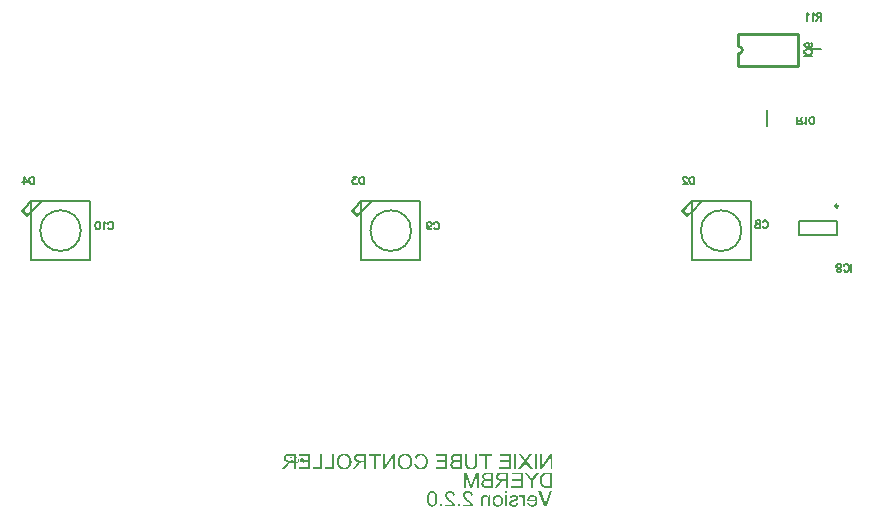
<source format=gbo>
G04*
G04 #@! TF.GenerationSoftware,Altium Limited,Altium Designer,18.1.11 (251)*
G04*
G04 Layer_Color=32896*
%FSLAX25Y25*%
%MOIN*%
G70*
G01*
G75*
%ADD10C,0.00984*%
%ADD11C,0.01000*%
%ADD13C,0.00787*%
%ADD14C,0.00500*%
G36*
X443881Y318630D02*
X445862Y315978D01*
X445046D01*
X443748Y317754D01*
X443714Y317798D01*
X443681Y317853D01*
X443598Y317970D01*
X443559Y318025D01*
X443531Y318070D01*
X443509Y318103D01*
X443503Y318109D01*
Y318114D01*
X443426Y317998D01*
X443393Y317948D01*
X443359Y317903D01*
X443331Y317859D01*
X443309Y317831D01*
X443298Y317809D01*
X443293Y317804D01*
X441994Y315978D01*
X441167D01*
X443087Y318664D01*
X441306Y321100D01*
X442044D01*
X443065Y319735D01*
X443148Y319624D01*
X443231Y319518D01*
X443298Y319419D01*
X443359Y319330D01*
X443409Y319258D01*
X443442Y319208D01*
X443459Y319185D01*
X443470Y319169D01*
X443476Y319163D01*
Y319158D01*
X443526Y319247D01*
X443592Y319352D01*
X443659Y319452D01*
X443725Y319557D01*
X443786Y319646D01*
X443814Y319685D01*
X443836Y319718D01*
X443859Y319746D01*
X443875Y319768D01*
X443881Y319779D01*
X443886Y319785D01*
X444824Y321100D01*
X445629D01*
X443881Y318630D01*
D02*
G37*
G36*
X371775Y315978D02*
X367951D01*
Y316582D01*
X371098D01*
Y318325D01*
X369775D01*
X369896Y318031D01*
X369606D01*
X369494Y318325D01*
X368474D01*
X368369Y318031D01*
X368101D01*
X368262Y318454D01*
Y318930D01*
X368444D01*
X368835Y319951D01*
X369109D01*
X369527Y318930D01*
X371098D01*
Y320495D01*
X368068D01*
Y321100D01*
X371775D01*
Y315978D01*
D02*
G37*
G36*
X452500Y315978D02*
X451851D01*
Y319996D01*
X449164Y315978D01*
X448465D01*
Y321100D01*
X449115D01*
Y317076D01*
X451806Y321100D01*
X452500D01*
Y315978D01*
D02*
G37*
G36*
X400025Y315978D02*
X399375D01*
Y319996D01*
X396689Y315978D01*
X395990D01*
Y321100D01*
X396639D01*
Y317076D01*
X399331Y321100D01*
X400025D01*
Y315978D01*
D02*
G37*
G36*
X427442Y318142D02*
Y317992D01*
X427431Y317853D01*
X427425Y317720D01*
X427408Y317598D01*
X427397Y317482D01*
X427381Y317376D01*
X427364Y317282D01*
X427342Y317193D01*
X427325Y317115D01*
X427309Y317049D01*
X427292Y316988D01*
X427275Y316943D01*
X427264Y316904D01*
X427253Y316877D01*
X427247Y316860D01*
Y316854D01*
X427209Y316771D01*
X427164Y316688D01*
X427064Y316544D01*
X426959Y316422D01*
X426848Y316322D01*
X426798Y316277D01*
X426754Y316244D01*
X426709Y316211D01*
X426670Y316183D01*
X426643Y316166D01*
X426620Y316150D01*
X426604Y316144D01*
X426598Y316139D01*
X426509Y316094D01*
X426415Y316061D01*
X426221Y316000D01*
X426021Y315955D01*
X425832Y315928D01*
X425749Y315916D01*
X425666Y315905D01*
X425599Y315900D01*
X425538D01*
X425488Y315894D01*
X425416D01*
X425283Y315900D01*
X425155Y315905D01*
X425033Y315922D01*
X424917Y315939D01*
X424811Y315961D01*
X424711Y315983D01*
X424622Y316011D01*
X424545Y316039D01*
X424467Y316061D01*
X424406Y316089D01*
X424350Y316111D01*
X424306Y316133D01*
X424267Y316150D01*
X424245Y316166D01*
X424228Y316172D01*
X424223Y316177D01*
X424139Y316233D01*
X424062Y316288D01*
X423995Y316349D01*
X423929Y316410D01*
X423873Y316472D01*
X423818Y316538D01*
X423773Y316594D01*
X423734Y316655D01*
X423668Y316755D01*
X423646Y316799D01*
X423623Y316838D01*
X423607Y316871D01*
X423596Y316893D01*
X423590Y316910D01*
Y316915D01*
X423557Y317004D01*
X423529Y317099D01*
X423485Y317298D01*
X423457Y317504D01*
X423435Y317698D01*
X423429Y317792D01*
X423423Y317876D01*
X423418Y317948D01*
X423412Y318014D01*
Y318070D01*
Y318109D01*
Y318131D01*
Y318142D01*
Y321100D01*
X424089Y321100D01*
Y318142D01*
X424095Y317970D01*
X424101Y317809D01*
X424117Y317665D01*
X424139Y317531D01*
X424162Y317415D01*
X424190Y317309D01*
X424223Y317215D01*
X424251Y317132D01*
X424278Y317060D01*
X424311Y316999D01*
X424339Y316949D01*
X424362Y316910D01*
X424384Y316882D01*
X424395Y316860D01*
X424406Y316849D01*
X424411Y316843D01*
X424478Y316782D01*
X424550Y316732D01*
X424628Y316688D01*
X424711Y316649D01*
X424800Y316616D01*
X424889Y316588D01*
X425061Y316549D01*
X425144Y316532D01*
X425222Y316521D01*
X425294Y316516D01*
X425355Y316510D01*
X425405Y316505D01*
X425477D01*
X425632Y316510D01*
X425777Y316532D01*
X425904Y316560D01*
X426015Y316588D01*
X426060Y316605D01*
X426099Y316621D01*
X426137Y316632D01*
X426165Y316644D01*
X426187Y316655D01*
X426204Y316666D01*
X426215Y316671D01*
X426221D01*
X426326Y316743D01*
X426415Y316821D01*
X426487Y316899D01*
X426543Y316982D01*
X426587Y317049D01*
X426620Y317110D01*
X426631Y317132D01*
X426637Y317149D01*
X426643Y317154D01*
Y317160D01*
X426665Y317221D01*
X426681Y317293D01*
X426715Y317448D01*
X426737Y317609D01*
X426748Y317770D01*
X426754Y317842D01*
X426759Y317915D01*
Y317975D01*
X426765Y318031D01*
Y318081D01*
Y318114D01*
Y318137D01*
Y318142D01*
Y321100D01*
X427442D01*
Y318142D01*
D02*
G37*
G36*
X408661Y321183D02*
X408783Y321178D01*
X409010Y321139D01*
X409121Y321117D01*
X409221Y321089D01*
X409321Y321061D01*
X409410Y321034D01*
X409487Y321006D01*
X409560Y320978D01*
X409626Y320950D01*
X409676Y320928D01*
X409721Y320906D01*
X409748Y320889D01*
X409771Y320884D01*
X409776Y320878D01*
X409876Y320817D01*
X409976Y320750D01*
X410065Y320678D01*
X410148Y320606D01*
X410226Y320529D01*
X410298Y320456D01*
X410359Y320379D01*
X410420Y320312D01*
X410470Y320240D01*
X410514Y320179D01*
X410553Y320123D01*
X410586Y320073D01*
X410609Y320029D01*
X410625Y320001D01*
X410636Y319979D01*
X410642Y319973D01*
X410697Y319863D01*
X410742Y319740D01*
X410781Y319624D01*
X410819Y319507D01*
X410875Y319269D01*
X410892Y319158D01*
X410908Y319052D01*
X410919Y318952D01*
X410930Y318864D01*
X410936Y318780D01*
X410942Y318708D01*
X410947Y318653D01*
Y318608D01*
Y318586D01*
Y318575D01*
X410942Y318442D01*
X410936Y318308D01*
X410903Y318053D01*
X410886Y317931D01*
X410864Y317820D01*
X410836Y317715D01*
X410814Y317615D01*
X410786Y317526D01*
X410764Y317443D01*
X410742Y317376D01*
X410720Y317315D01*
X410703Y317271D01*
X410692Y317232D01*
X410686Y317210D01*
X410681Y317204D01*
X410625Y317088D01*
X410570Y316976D01*
X410509Y316877D01*
X410442Y316782D01*
X410375Y316693D01*
X410315Y316616D01*
X410248Y316544D01*
X410187Y316477D01*
X410126Y316416D01*
X410070Y316366D01*
X410020Y316327D01*
X409976Y316288D01*
X409943Y316261D01*
X409915Y316244D01*
X409898Y316233D01*
X409893Y316227D01*
X409793Y316166D01*
X409687Y316116D01*
X409576Y316072D01*
X409460Y316033D01*
X409349Y316005D01*
X409238Y315978D01*
X409127Y315955D01*
X409021Y315939D01*
X408921Y315922D01*
X408833Y315911D01*
X408749Y315905D01*
X408683Y315900D01*
X408622Y315894D01*
X408544D01*
X408394Y315900D01*
X408255Y315911D01*
X408122Y315933D01*
X407995Y315961D01*
X407872Y315994D01*
X407761Y316033D01*
X407661Y316072D01*
X407567Y316111D01*
X407478Y316149D01*
X407406Y316188D01*
X407340Y316227D01*
X407290Y316261D01*
X407245Y316288D01*
X407218Y316311D01*
X407195Y316322D01*
X407190Y316327D01*
X407090Y316416D01*
X406996Y316510D01*
X406912Y316610D01*
X406835Y316710D01*
X406762Y316815D01*
X406701Y316927D01*
X406646Y317026D01*
X406596Y317132D01*
X406552Y317226D01*
X406518Y317315D01*
X406485Y317398D01*
X406463Y317465D01*
X406440Y317526D01*
X406429Y317565D01*
X406418Y317593D01*
Y317604D01*
X407095Y317776D01*
X407123Y317659D01*
X407162Y317548D01*
X407201Y317443D01*
X407240Y317348D01*
X407284Y317260D01*
X407329Y317182D01*
X407373Y317110D01*
X407417Y317043D01*
X407462Y316988D01*
X407501Y316938D01*
X407539Y316893D01*
X407567Y316860D01*
X407595Y316832D01*
X407617Y316815D01*
X407628Y316804D01*
X407634Y316799D01*
X407712Y316743D01*
X407789Y316693D01*
X407867Y316649D01*
X407950Y316610D01*
X408033Y316577D01*
X408111Y316549D01*
X408266Y316510D01*
X408333Y316499D01*
X408400Y316488D01*
X408455Y316482D01*
X408505Y316477D01*
X408544Y316472D01*
X408600D01*
X408688Y316477D01*
X408772Y316482D01*
X408932Y316510D01*
X409082Y316549D01*
X409210Y316594D01*
X409266Y316616D01*
X409315Y316632D01*
X409360Y316655D01*
X409399Y316671D01*
X409432Y316688D01*
X409454Y316699D01*
X409465Y316710D01*
X409471D01*
X409543Y316760D01*
X409610Y316810D01*
X409732Y316927D01*
X409832Y317043D01*
X409915Y317165D01*
X409976Y317271D01*
X410004Y317315D01*
X410026Y317359D01*
X410037Y317393D01*
X410048Y317415D01*
X410059Y317432D01*
Y317437D01*
X410120Y317626D01*
X410170Y317820D01*
X410203Y318014D01*
X410215Y318103D01*
X410226Y318192D01*
X410231Y318275D01*
X410237Y318347D01*
X410242Y318414D01*
Y318470D01*
X410248Y318519D01*
Y318553D01*
Y318575D01*
Y318581D01*
X410242Y318769D01*
X410226Y318947D01*
X410198Y319113D01*
X410187Y319191D01*
X410170Y319263D01*
X410153Y319324D01*
X410142Y319385D01*
X410126Y319435D01*
X410115Y319480D01*
X410109Y319513D01*
X410098Y319541D01*
X410092Y319557D01*
Y319563D01*
X410020Y319735D01*
X409937Y319885D01*
X409848Y320012D01*
X409798Y320068D01*
X409754Y320123D01*
X409710Y320168D01*
X409671Y320207D01*
X409632Y320245D01*
X409604Y320273D01*
X409576Y320295D01*
X409554Y320312D01*
X409543Y320318D01*
X409537Y320323D01*
X409460Y320373D01*
X409382Y320417D01*
X409299Y320456D01*
X409215Y320490D01*
X409049Y320540D01*
X408888Y320579D01*
X408821Y320590D01*
X408755Y320595D01*
X408694Y320601D01*
X408644Y320606D01*
X408600Y320612D01*
X408450D01*
X408361Y320601D01*
X408194Y320573D01*
X408050Y320529D01*
X407989Y320506D01*
X407928Y320484D01*
X407872Y320462D01*
X407828Y320440D01*
X407789Y320417D01*
X407756Y320395D01*
X407728Y320379D01*
X407712Y320368D01*
X407700Y320362D01*
X407695Y320356D01*
X407634Y320306D01*
X407573Y320251D01*
X407473Y320123D01*
X407378Y319985D01*
X407306Y319851D01*
X407251Y319729D01*
X407223Y319679D01*
X407206Y319635D01*
X407190Y319596D01*
X407184Y319563D01*
X407173Y319546D01*
Y319541D01*
X406507Y319696D01*
X406552Y319824D01*
X406601Y319946D01*
X406651Y320062D01*
X406712Y320168D01*
X406768Y320268D01*
X406829Y320356D01*
X406890Y320440D01*
X406951Y320512D01*
X407012Y320579D01*
X407062Y320634D01*
X407112Y320684D01*
X407157Y320723D01*
X407190Y320756D01*
X407218Y320778D01*
X407234Y320789D01*
X407240Y320795D01*
X407340Y320867D01*
X407445Y320923D01*
X407551Y320978D01*
X407661Y321022D01*
X407773Y321061D01*
X407878Y321095D01*
X407983Y321117D01*
X408083Y321139D01*
X408178Y321156D01*
X408261Y321167D01*
X408339Y321178D01*
X408405Y321183D01*
X408461Y321189D01*
X408533D01*
X408661Y321183D01*
D02*
G37*
G36*
X447211Y315978D02*
X446534D01*
Y321100D01*
X447211D01*
Y315978D01*
D02*
G37*
G36*
X440451D02*
X439774D01*
Y321100D01*
X440451D01*
Y315978D01*
D02*
G37*
G36*
X438564D02*
X434740D01*
Y316582D01*
X437887D01*
Y318325D01*
X435051D01*
Y318930D01*
X437887D01*
Y320495D01*
X434857D01*
Y321100D01*
X438564D01*
Y315978D01*
D02*
G37*
G36*
X432204Y320495D02*
X430516D01*
Y315978D01*
X429839D01*
Y320495D01*
X428152D01*
Y321100D01*
X432204D01*
Y320495D01*
D02*
G37*
G36*
X422314Y315978D02*
X420365D01*
X420188Y315983D01*
X420027Y315989D01*
X419888Y316005D01*
X419822Y316011D01*
X419766Y316022D01*
X419716Y316027D01*
X419672Y316033D01*
X419633Y316044D01*
X419600Y316050D01*
X419572Y316055D01*
X419555D01*
X419544Y316061D01*
X419539D01*
X419416Y316094D01*
X419306Y316133D01*
X419211Y316177D01*
X419133Y316216D01*
X419067Y316255D01*
X419017Y316283D01*
X418989Y316305D01*
X418978Y316311D01*
X418895Y316383D01*
X418823Y316460D01*
X418756Y316538D01*
X418706Y316616D01*
X418662Y316682D01*
X418628Y316738D01*
X418617Y316760D01*
X418606Y316777D01*
X418601Y316782D01*
Y316788D01*
X418551Y316904D01*
X418512Y317026D01*
X418484Y317137D01*
X418462Y317243D01*
X418451Y317332D01*
Y317365D01*
X418445Y317398D01*
Y317426D01*
Y317443D01*
Y317454D01*
Y317459D01*
Y317543D01*
X418456Y317620D01*
X418484Y317770D01*
X418528Y317903D01*
X418573Y318014D01*
X418595Y318064D01*
X418617Y318109D01*
X418640Y318148D01*
X418662Y318181D01*
X418678Y318203D01*
X418689Y318220D01*
X418695Y318231D01*
X418701Y318236D01*
X418800Y318353D01*
X418917Y318447D01*
X419033Y318531D01*
X419150Y318592D01*
X419250Y318641D01*
X419294Y318658D01*
X419333Y318675D01*
X419367Y318686D01*
X419389Y318697D01*
X419405Y318703D01*
X419411D01*
X419283Y318775D01*
X419178Y318852D01*
X419083Y318930D01*
X419011Y319002D01*
X418950Y319069D01*
X418911Y319119D01*
X418895Y319141D01*
X418884Y319158D01*
X418878Y319163D01*
Y319169D01*
X418817Y319280D01*
X418773Y319385D01*
X418739Y319491D01*
X418717Y319585D01*
X418706Y319668D01*
X418695Y319729D01*
Y319752D01*
Y319768D01*
Y319779D01*
Y319785D01*
X418706Y319918D01*
X418728Y320040D01*
X418761Y320157D01*
X418795Y320257D01*
X418834Y320340D01*
X418850Y320379D01*
X418867Y320406D01*
X418884Y320429D01*
X418889Y320445D01*
X418900Y320456D01*
Y320462D01*
X418984Y320573D01*
X419072Y320673D01*
X419161Y320756D01*
X419250Y320823D01*
X419333Y320873D01*
X419394Y320912D01*
X419422Y320923D01*
X419439Y320934D01*
X419450Y320939D01*
X419455D01*
X419600Y320995D01*
X419749Y321034D01*
X419910Y321061D01*
X420055Y321078D01*
X420127Y321089D01*
X420188Y321095D01*
X420249D01*
X420299Y321100D01*
X422314D01*
Y315978D01*
D02*
G37*
G36*
X417496D02*
X413672D01*
Y316582D01*
X416819D01*
Y318325D01*
X413983D01*
Y318930D01*
X416819D01*
Y320495D01*
X413789D01*
Y321100D01*
X417496D01*
Y315978D01*
D02*
G37*
G36*
X395235Y320495D02*
X393548D01*
Y315978D01*
X392871D01*
Y320495D01*
X391184D01*
Y321100D01*
X395235D01*
Y320495D01*
D02*
G37*
G36*
X390473Y315978D02*
X389796D01*
Y318253D01*
X388925D01*
X388847Y318247D01*
X388780Y318242D01*
X388725D01*
X388686Y318236D01*
X388658Y318231D01*
X388642Y318225D01*
X388636D01*
X388575Y318209D01*
X388520Y318186D01*
X388470Y318164D01*
X388420Y318142D01*
X388381Y318120D01*
X388353Y318103D01*
X388331Y318092D01*
X388325Y318087D01*
X388270Y318048D01*
X388209Y317992D01*
X388148Y317937D01*
X388098Y317881D01*
X388048Y317831D01*
X388015Y317787D01*
X387992Y317759D01*
X387981Y317754D01*
Y317748D01*
X387903Y317648D01*
X387820Y317537D01*
X387743Y317421D01*
X387665Y317304D01*
X387598Y317204D01*
X387565Y317160D01*
X387543Y317121D01*
X387521Y317088D01*
X387504Y317065D01*
X387498Y317049D01*
X387493Y317043D01*
X386816Y315978D01*
X385967D01*
X386855Y317371D01*
X386954Y317515D01*
X387054Y317648D01*
X387149Y317765D01*
X387232Y317864D01*
X387304Y317942D01*
X387337Y317975D01*
X387365Y318003D01*
X387387Y318025D01*
X387404Y318042D01*
X387410Y318048D01*
X387415Y318053D01*
X387471Y318098D01*
X387537Y318148D01*
X387604Y318186D01*
X387670Y318225D01*
X387732Y318259D01*
X387781Y318286D01*
X387815Y318303D01*
X387820Y318308D01*
X387826D01*
X387693Y318331D01*
X387565Y318358D01*
X387449Y318392D01*
X387343Y318425D01*
X387243Y318464D01*
X387154Y318503D01*
X387077Y318542D01*
X387004Y318581D01*
X386938Y318619D01*
X386882Y318658D01*
X386838Y318691D01*
X386799Y318719D01*
X386771Y318747D01*
X386749Y318764D01*
X386738Y318775D01*
X386733Y318780D01*
X386671Y318852D01*
X386616Y318924D01*
X386566Y319002D01*
X386527Y319080D01*
X386494Y319158D01*
X386466Y319235D01*
X386422Y319380D01*
X386405Y319446D01*
X386394Y319507D01*
X386388Y319563D01*
X386383Y319613D01*
X386377Y319646D01*
Y319679D01*
Y319696D01*
Y319702D01*
X386388Y319857D01*
X386411Y320001D01*
X386444Y320129D01*
X386483Y320245D01*
X386505Y320295D01*
X386527Y320340D01*
X386544Y320379D01*
X386560Y320412D01*
X386572Y320440D01*
X386583Y320456D01*
X386594Y320467D01*
Y320473D01*
X386677Y320595D01*
X386771Y320695D01*
X386866Y320784D01*
X386960Y320850D01*
X387038Y320900D01*
X387104Y320934D01*
X387132Y320945D01*
X387149Y320956D01*
X387160Y320961D01*
X387165D01*
X387238Y320984D01*
X387310Y321006D01*
X387476Y321039D01*
X387648Y321067D01*
X387815Y321083D01*
X387898Y321089D01*
X387970Y321095D01*
X388031D01*
X388092Y321100D01*
X390473D01*
Y315978D01*
D02*
G37*
G36*
X379778D02*
X376576D01*
Y316582D01*
X379101D01*
Y321100D01*
X379778D01*
Y315978D01*
D02*
G37*
G36*
X375799D02*
X372597D01*
Y316582D01*
X375122D01*
Y321100D01*
X375799D01*
Y315978D01*
D02*
G37*
G36*
X367008Y319951D02*
X367088D01*
X367108Y319949D01*
X367133D01*
X367158Y319947D01*
X367214Y319945D01*
X367271Y319939D01*
X367327Y319932D01*
X367352Y319926D01*
X367375Y319922D01*
X367377D01*
X367383Y319920D01*
X367391Y319918D01*
X367402Y319914D01*
X367416Y319909D01*
X367433Y319905D01*
X367472Y319891D01*
X367516Y319872D01*
X367562Y319849D01*
X367610Y319820D01*
X367655Y319785D01*
X367657Y319783D01*
X367662Y319778D01*
X367670Y319772D01*
X367680Y319762D01*
X367693Y319749D01*
X367707Y319733D01*
X367724Y319716D01*
X367741Y319695D01*
X367759Y319672D01*
X367778Y319647D01*
X367797Y319620D01*
X367815Y319591D01*
X367851Y319527D01*
X367882Y319456D01*
Y319454D01*
X367886Y319448D01*
X367888Y319435D01*
X367895Y319421D01*
X367901Y319402D01*
X367907Y319379D01*
X367913Y319354D01*
X367922Y319325D01*
X367928Y319292D01*
X367934Y319256D01*
X367940Y319219D01*
X367947Y319179D01*
X367953Y319138D01*
X367955Y319094D01*
X367959Y319001D01*
Y318998D01*
Y318990D01*
Y318980D01*
Y318963D01*
X367957Y318944D01*
Y318921D01*
X367955Y318897D01*
X367953Y318869D01*
X367947Y318809D01*
X367936Y318745D01*
X367924Y318678D01*
X367907Y318612D01*
Y318609D01*
X367905Y318603D01*
X367901Y318595D01*
X367899Y318584D01*
X367893Y318570D01*
X367886Y318553D01*
X367872Y318514D01*
X367853Y318470D01*
X367830Y318422D01*
X367805Y318376D01*
X367776Y318333D01*
Y318331D01*
X367772Y318329D01*
X367768Y318322D01*
X367761Y318314D01*
X367747Y318295D01*
X367724Y318270D01*
X367699Y318241D01*
X367670Y318212D01*
X367637Y318185D01*
X367601Y318158D01*
X367599D01*
X367597Y318156D01*
X367585Y318148D01*
X367564Y318137D01*
X367537Y318123D01*
X367503Y318108D01*
X367464Y318092D01*
X367418Y318077D01*
X367370Y318062D01*
X367368D01*
X367364Y318060D01*
X367358D01*
X367348Y318058D01*
X367335Y318056D01*
X367318Y318052D01*
X367302Y318050D01*
X367283Y318048D01*
X367237Y318042D01*
X367185Y318035D01*
X367127Y318033D01*
X367065Y318031D01*
X367008D01*
Y315978D01*
X366331Y315978D01*
Y318253D01*
X365913D01*
X365902Y318239D01*
X365873Y318208D01*
X365837Y318175D01*
X365794Y318139D01*
X365744Y318106D01*
X365686Y318075D01*
X365684D01*
X365677Y318071D01*
X365669Y318069D01*
X365656Y318062D01*
X365642Y318058D01*
X365623Y318052D01*
X365602Y318044D01*
X365577Y318037D01*
X365552Y318031D01*
X365523Y318023D01*
X365461Y318012D01*
X365392Y318004D01*
X365317Y318000D01*
X365293D01*
X365274Y318002D01*
X365251D01*
X365226Y318004D01*
X365197Y318006D01*
X365163Y318010D01*
X365095Y318019D01*
X365022Y318031D01*
X364949Y318050D01*
X364879Y318075D01*
X364877D01*
X364870Y318079D01*
X364862Y318083D01*
X364858Y318085D01*
X364804Y318048D01*
X364743Y317992D01*
X364682Y317937D01*
X364632Y317881D01*
X364582Y317831D01*
X364549Y317787D01*
X364527Y317759D01*
X364516Y317754D01*
Y317748D01*
X364438Y317648D01*
X364355Y317537D01*
X364277Y317421D01*
X364199Y317304D01*
X364133Y317204D01*
X364100Y317160D01*
X364077Y317121D01*
X364055Y317088D01*
X364038Y317065D01*
X364033Y317049D01*
X364027Y317043D01*
X363350Y315978D01*
X362501D01*
X363389Y317371D01*
X363489Y317515D01*
X363589Y317648D01*
X363683Y317765D01*
X363767Y317864D01*
X363839Y317942D01*
X363872Y317975D01*
X363900Y318003D01*
X363922Y318025D01*
X363939Y318042D01*
X363944Y318048D01*
X363950Y318053D01*
X364005Y318098D01*
X364072Y318147D01*
X364139Y318186D01*
X364205Y318225D01*
X364266Y318259D01*
X364316Y318286D01*
X364349Y318303D01*
X364355Y318308D01*
X364360D01*
X364227Y318331D01*
X364100Y318358D01*
X363983Y318392D01*
X363878Y318425D01*
X363778Y318464D01*
X363689Y318503D01*
X363611Y318542D01*
X363539Y318580D01*
X363472Y318619D01*
X363417Y318658D01*
X363373Y318691D01*
X363334Y318719D01*
X363306Y318747D01*
X363284Y318764D01*
X363273Y318775D01*
X363267Y318780D01*
X363206Y318852D01*
X363151Y318924D01*
X363101Y319002D01*
X363062Y319080D01*
X363029Y319158D01*
X363001Y319235D01*
X362956Y319380D01*
X362940Y319446D01*
X362929Y319507D01*
X362923Y319563D01*
X362917Y319613D01*
X362912Y319646D01*
Y319679D01*
Y319696D01*
Y319702D01*
X362923Y319857D01*
X362945Y320001D01*
X362979Y320129D01*
X363017Y320245D01*
X363040Y320295D01*
X363062Y320340D01*
X363078Y320379D01*
X363095Y320412D01*
X363106Y320440D01*
X363117Y320456D01*
X363128Y320467D01*
Y320473D01*
X363212Y320595D01*
X363306Y320695D01*
X363400Y320784D01*
X363495Y320850D01*
X363572Y320900D01*
X363639Y320934D01*
X363667Y320945D01*
X363683Y320956D01*
X363695Y320961D01*
X363700D01*
X363772Y320984D01*
X363844Y321006D01*
X364011Y321039D01*
X364183Y321067D01*
X364349Y321083D01*
X364433Y321089D01*
X364505Y321095D01*
X364566D01*
X364627Y321100D01*
X367008Y321100D01*
Y319951D01*
D02*
G37*
G36*
X403538Y321183D02*
X403727Y321156D01*
X403904Y321122D01*
X404071Y321078D01*
X404232Y321022D01*
X404376Y320961D01*
X404509Y320895D01*
X404631Y320828D01*
X404742Y320762D01*
X404837Y320695D01*
X404914Y320634D01*
X404986Y320579D01*
X405036Y320534D01*
X405075Y320501D01*
X405103Y320473D01*
X405109Y320467D01*
X405231Y320329D01*
X405336Y320173D01*
X405425Y320018D01*
X405503Y319851D01*
X405569Y319685D01*
X405625Y319518D01*
X405669Y319357D01*
X405708Y319197D01*
X405736Y319047D01*
X405752Y318914D01*
X405769Y318786D01*
X405780Y318680D01*
X405786Y318592D01*
Y318558D01*
X405791Y318525D01*
Y318503D01*
Y318486D01*
Y318475D01*
Y318470D01*
X405786Y318347D01*
X405780Y318220D01*
X405747Y317987D01*
X405725Y317876D01*
X405702Y317770D01*
X405675Y317670D01*
X405647Y317581D01*
X405619Y317493D01*
X405591Y317421D01*
X405569Y317354D01*
X405547Y317298D01*
X405530Y317254D01*
X405514Y317221D01*
X405508Y317198D01*
X405503Y317193D01*
X405442Y317082D01*
X405380Y316976D01*
X405314Y316882D01*
X405242Y316788D01*
X405170Y316705D01*
X405097Y316627D01*
X405031Y316555D01*
X404959Y316488D01*
X404892Y316433D01*
X404831Y316383D01*
X404776Y316338D01*
X404731Y316305D01*
X404692Y316277D01*
X404659Y316255D01*
X404642Y316244D01*
X404637Y316238D01*
X404526Y316177D01*
X404415Y316127D01*
X404304Y316077D01*
X404193Y316038D01*
X404082Y316005D01*
X403976Y315978D01*
X403871Y315955D01*
X403777Y315939D01*
X403682Y315922D01*
X403605Y315911D01*
X403527Y315905D01*
X403466Y315900D01*
X403416Y315894D01*
X403344D01*
X403222Y315900D01*
X403099Y315905D01*
X402866Y315944D01*
X402761Y315966D01*
X402656Y315994D01*
X402561Y316022D01*
X402472Y316050D01*
X402389Y316077D01*
X402317Y316105D01*
X402256Y316133D01*
X402200Y316155D01*
X402156Y316177D01*
X402128Y316194D01*
X402106Y316199D01*
X402101Y316205D01*
X401995Y316266D01*
X401895Y316338D01*
X401801Y316410D01*
X401718Y316482D01*
X401640Y316560D01*
X401562Y316638D01*
X401496Y316716D01*
X401435Y316788D01*
X401384Y316860D01*
X401334Y316927D01*
X401296Y316988D01*
X401262Y317038D01*
X401240Y317076D01*
X401224Y317110D01*
X401212Y317132D01*
X401207Y317137D01*
X401151Y317254D01*
X401101Y317376D01*
X401063Y317493D01*
X401024Y317615D01*
X400990Y317731D01*
X400968Y317848D01*
X400946Y317959D01*
X400929Y318064D01*
X400918Y318164D01*
X400907Y318253D01*
X400902Y318331D01*
X400896Y318397D01*
X400890Y318453D01*
Y318497D01*
Y318519D01*
Y318531D01*
X400896Y318675D01*
X400902Y318808D01*
X400918Y318941D01*
X400935Y319069D01*
X400957Y319185D01*
X400985Y319302D01*
X401013Y319407D01*
X401040Y319502D01*
X401068Y319590D01*
X401096Y319668D01*
X401118Y319740D01*
X401146Y319796D01*
X401162Y319840D01*
X401179Y319874D01*
X401185Y319896D01*
X401190Y319901D01*
X401251Y320012D01*
X401312Y320118D01*
X401384Y320218D01*
X401451Y320306D01*
X401523Y320390D01*
X401595Y320467D01*
X401667Y320540D01*
X401740Y320606D01*
X401806Y320662D01*
X401867Y320712D01*
X401917Y320756D01*
X401967Y320789D01*
X402006Y320817D01*
X402034Y320834D01*
X402056Y320845D01*
X402062Y320850D01*
X402173Y320912D01*
X402278Y320961D01*
X402389Y321006D01*
X402500Y321045D01*
X402611Y321078D01*
X402716Y321106D01*
X402816Y321128D01*
X402916Y321145D01*
X403005Y321161D01*
X403083Y321172D01*
X403155Y321178D01*
X403222Y321183D01*
X403271Y321189D01*
X403338D01*
X403538Y321183D01*
D02*
G37*
G36*
X383269D02*
X383458Y321156D01*
X383636Y321122D01*
X383802Y321078D01*
X383963Y321022D01*
X384107Y320961D01*
X384241Y320895D01*
X384363Y320828D01*
X384474Y320762D01*
X384568Y320695D01*
X384646Y320634D01*
X384718Y320579D01*
X384768Y320534D01*
X384807Y320501D01*
X384834Y320473D01*
X384840Y320467D01*
X384962Y320329D01*
X385068Y320173D01*
X385156Y320018D01*
X385234Y319851D01*
X385301Y319685D01*
X385356Y319518D01*
X385401Y319357D01*
X385439Y319197D01*
X385467Y319047D01*
X385484Y318914D01*
X385500Y318786D01*
X385511Y318680D01*
X385517Y318592D01*
Y318558D01*
X385523Y318525D01*
Y318503D01*
Y318486D01*
Y318475D01*
Y318470D01*
X385517Y318347D01*
X385511Y318220D01*
X385478Y317987D01*
X385456Y317876D01*
X385434Y317770D01*
X385406Y317670D01*
X385378Y317581D01*
X385351Y317493D01*
X385323Y317421D01*
X385301Y317354D01*
X385278Y317298D01*
X385262Y317254D01*
X385245Y317221D01*
X385240Y317198D01*
X385234Y317193D01*
X385173Y317082D01*
X385112Y316976D01*
X385045Y316882D01*
X384973Y316788D01*
X384901Y316705D01*
X384829Y316627D01*
X384762Y316555D01*
X384690Y316488D01*
X384624Y316433D01*
X384562Y316383D01*
X384507Y316338D01*
X384463Y316305D01*
X384424Y316277D01*
X384390Y316255D01*
X384374Y316244D01*
X384368Y316238D01*
X384257Y316177D01*
X384146Y316127D01*
X384035Y316077D01*
X383924Y316038D01*
X383813Y316005D01*
X383708Y315978D01*
X383602Y315955D01*
X383508Y315939D01*
X383414Y315922D01*
X383336Y315911D01*
X383258Y315905D01*
X383197Y315900D01*
X383147Y315894D01*
X383075D01*
X382953Y315900D01*
X382831Y315905D01*
X382598Y315944D01*
X382492Y315966D01*
X382387Y315994D01*
X382293Y316022D01*
X382204Y316050D01*
X382120Y316077D01*
X382048Y316105D01*
X381987Y316133D01*
X381932Y316155D01*
X381887Y316177D01*
X381860Y316194D01*
X381837Y316199D01*
X381832Y316205D01*
X381726Y316266D01*
X381627Y316338D01*
X381532Y316410D01*
X381449Y316482D01*
X381371Y316560D01*
X381294Y316638D01*
X381227Y316716D01*
X381166Y316788D01*
X381116Y316860D01*
X381066Y316927D01*
X381027Y316988D01*
X380994Y317038D01*
X380972Y317076D01*
X380955Y317110D01*
X380944Y317132D01*
X380938Y317137D01*
X380883Y317254D01*
X380833Y317376D01*
X380794Y317493D01*
X380755Y317615D01*
X380722Y317731D01*
X380700Y317848D01*
X380677Y317959D01*
X380661Y318064D01*
X380650Y318164D01*
X380639Y318253D01*
X380633Y318331D01*
X380627Y318397D01*
X380622Y318453D01*
Y318497D01*
Y318519D01*
Y318531D01*
X380627Y318675D01*
X380633Y318808D01*
X380650Y318941D01*
X380666Y319069D01*
X380689Y319185D01*
X380716Y319302D01*
X380744Y319407D01*
X380772Y319502D01*
X380800Y319590D01*
X380827Y319668D01*
X380850Y319740D01*
X380877Y319796D01*
X380894Y319840D01*
X380911Y319874D01*
X380916Y319896D01*
X380922Y319901D01*
X380983Y320012D01*
X381044Y320118D01*
X381116Y320218D01*
X381183Y320306D01*
X381255Y320390D01*
X381327Y320467D01*
X381399Y320540D01*
X381471Y320606D01*
X381538Y320662D01*
X381599Y320712D01*
X381649Y320756D01*
X381699Y320789D01*
X381737Y320817D01*
X381765Y320834D01*
X381787Y320845D01*
X381793Y320850D01*
X381904Y320912D01*
X382010Y320961D01*
X382120Y321006D01*
X382231Y321045D01*
X382343Y321078D01*
X382448Y321106D01*
X382548Y321128D01*
X382648Y321145D01*
X382736Y321161D01*
X382814Y321172D01*
X382886Y321178D01*
X382953Y321183D01*
X383003Y321189D01*
X383069D01*
X383269Y321183D01*
D02*
G37*
G36*
X445890Y311912D02*
Y309747D01*
X445213D01*
Y311912D01*
X443170Y314870D01*
X443959D01*
X444952Y313360D01*
X445069Y313177D01*
X445180Y313005D01*
X445274Y312855D01*
X445318Y312783D01*
X445357Y312722D01*
X445390Y312666D01*
X445424Y312611D01*
X445446Y312566D01*
X445468Y312533D01*
X445490Y312500D01*
X445502Y312478D01*
X445507Y312467D01*
X445513Y312461D01*
X445601Y312622D01*
X445696Y312777D01*
X445785Y312922D01*
X445862Y313049D01*
X445901Y313110D01*
X445934Y313160D01*
X445962Y313210D01*
X445984Y313249D01*
X446006Y313277D01*
X446023Y313305D01*
X446029Y313316D01*
X446034Y313321D01*
X447044Y314870D01*
X447866D01*
X445890Y311912D01*
D02*
G37*
G36*
X427869Y309747D02*
X427214D01*
Y314109D01*
X425738Y309747D01*
X425127D01*
X423629Y314037D01*
Y309747D01*
X422974D01*
Y314870D01*
X423890D01*
X425122Y311307D01*
X425155Y311207D01*
X425188Y311118D01*
X425216Y311029D01*
X425244Y310951D01*
X425266Y310874D01*
X425288Y310807D01*
X425311Y310746D01*
X425327Y310691D01*
X425344Y310646D01*
X425355Y310602D01*
X425366Y310568D01*
X425377Y310535D01*
X425383Y310513D01*
X425388Y310496D01*
X425394Y310491D01*
Y310485D01*
X425411Y310535D01*
X425427Y310591D01*
X425466Y310707D01*
X425505Y310835D01*
X425544Y310957D01*
X425583Y311068D01*
X425599Y311118D01*
X425610Y311157D01*
X425621Y311190D01*
X425632Y311218D01*
X425638Y311234D01*
Y311240D01*
X426853Y314870D01*
X427869D01*
Y309747D01*
D02*
G37*
G36*
X452500D02*
X450652D01*
X450485Y309753D01*
X450330Y309758D01*
X450191Y309775D01*
X450069Y309791D01*
X450019Y309797D01*
X449975Y309803D01*
X449930Y309814D01*
X449897Y309819D01*
X449869Y309825D01*
X449853D01*
X449842Y309830D01*
X449836D01*
X449708Y309869D01*
X449586Y309908D01*
X449481Y309952D01*
X449392Y309991D01*
X449320Y310030D01*
X449264Y310058D01*
X449231Y310080D01*
X449226Y310086D01*
X449220D01*
X449126Y310158D01*
X449037Y310230D01*
X448959Y310308D01*
X448892Y310385D01*
X448832Y310452D01*
X448793Y310502D01*
X448776Y310524D01*
X448765Y310541D01*
X448754Y310546D01*
Y310552D01*
X448676Y310668D01*
X448609Y310790D01*
X448548Y310918D01*
X448498Y311035D01*
X448460Y311140D01*
X448443Y311185D01*
X448426Y311223D01*
X448421Y311251D01*
X448410Y311273D01*
X448404Y311290D01*
Y311296D01*
X448360Y311473D01*
X448326Y311651D01*
X448299Y311823D01*
X448282Y311984D01*
X448277Y312056D01*
X448271Y312123D01*
Y312183D01*
X448265Y312233D01*
Y312278D01*
Y312306D01*
Y312328D01*
Y312333D01*
X448277Y312583D01*
X448282Y312700D01*
X448299Y312811D01*
X448315Y312916D01*
X448332Y313016D01*
X448349Y313110D01*
X448365Y313199D01*
X448387Y313277D01*
X448404Y313344D01*
X448421Y313404D01*
X448437Y313455D01*
X448454Y313493D01*
X448460Y313527D01*
X448471Y313543D01*
Y313549D01*
X448554Y313738D01*
X448648Y313910D01*
X448698Y313987D01*
X448748Y314059D01*
X448798Y314126D01*
X448848Y314187D01*
X448892Y314243D01*
X448937Y314287D01*
X448976Y314331D01*
X449009Y314365D01*
X449037Y314392D01*
X449059Y314409D01*
X449070Y314420D01*
X449076Y314426D01*
X449198Y314520D01*
X449325Y314598D01*
X449447Y314659D01*
X449564Y314709D01*
X449670Y314748D01*
X449714Y314759D01*
X449753Y314770D01*
X449781Y314781D01*
X449803Y314787D01*
X449819Y314792D01*
X449825D01*
X449886Y314803D01*
X449953Y314820D01*
X450102Y314836D01*
X450252Y314853D01*
X450402Y314859D01*
X450469Y314864D01*
X450535D01*
X450591Y314870D01*
X452500D01*
Y309747D01*
D02*
G37*
G36*
X442543D02*
X438719D01*
Y310352D01*
X441866D01*
Y312095D01*
X439030D01*
Y312700D01*
X441866D01*
Y314265D01*
X438836D01*
Y314870D01*
X442543D01*
Y309747D01*
D02*
G37*
G36*
X437776D02*
X437099D01*
Y312023D01*
X436227D01*
X436150Y312017D01*
X436083Y312012D01*
X436028D01*
X435989Y312006D01*
X435961Y312000D01*
X435944Y311995D01*
X435939D01*
X435878Y311978D01*
X435822Y311956D01*
X435772Y311934D01*
X435722Y311912D01*
X435683Y311889D01*
X435656Y311873D01*
X435634Y311862D01*
X435628Y311856D01*
X435572Y311817D01*
X435511Y311762D01*
X435450Y311706D01*
X435400Y311651D01*
X435351Y311601D01*
X435317Y311556D01*
X435295Y311529D01*
X435284Y311523D01*
Y311518D01*
X435206Y311418D01*
X435123Y311307D01*
X435045Y311190D01*
X434968Y311073D01*
X434901Y310974D01*
X434868Y310929D01*
X434845Y310890D01*
X434823Y310857D01*
X434807Y310835D01*
X434801Y310818D01*
X434796Y310813D01*
X434118Y309747D01*
X433269D01*
X434157Y311140D01*
X434257Y311284D01*
X434357Y311418D01*
X434451Y311534D01*
X434535Y311634D01*
X434607Y311712D01*
X434640Y311745D01*
X434668Y311773D01*
X434690Y311795D01*
X434707Y311812D01*
X434712Y311817D01*
X434718Y311823D01*
X434773Y311867D01*
X434840Y311917D01*
X434906Y311956D01*
X434973Y311995D01*
X435034Y312028D01*
X435084Y312056D01*
X435117Y312072D01*
X435123Y312078D01*
X435128D01*
X434995Y312100D01*
X434868Y312128D01*
X434751Y312161D01*
X434646Y312195D01*
X434546Y312233D01*
X434457Y312272D01*
X434379Y312311D01*
X434307Y312350D01*
X434240Y312389D01*
X434185Y312428D01*
X434141Y312461D01*
X434102Y312489D01*
X434074Y312516D01*
X434052Y312533D01*
X434041Y312544D01*
X434035Y312550D01*
X433974Y312622D01*
X433919Y312694D01*
X433869Y312772D01*
X433830Y312849D01*
X433797Y312927D01*
X433769Y313005D01*
X433724Y313149D01*
X433708Y313216D01*
X433697Y313277D01*
X433691Y313332D01*
X433685Y313382D01*
X433680Y313416D01*
Y313449D01*
Y313466D01*
Y313471D01*
X433691Y313627D01*
X433713Y313771D01*
X433747Y313898D01*
X433785Y314015D01*
X433808Y314065D01*
X433830Y314109D01*
X433847Y314148D01*
X433863Y314181D01*
X433874Y314209D01*
X433885Y314226D01*
X433896Y314237D01*
Y314243D01*
X433980Y314365D01*
X434074Y314465D01*
X434168Y314553D01*
X434263Y314620D01*
X434340Y314670D01*
X434407Y314703D01*
X434435Y314714D01*
X434451Y314725D01*
X434462Y314731D01*
X434468D01*
X434540Y314753D01*
X434612Y314775D01*
X434779Y314809D01*
X434951Y314836D01*
X435117Y314853D01*
X435201Y314859D01*
X435273Y314864D01*
X435334D01*
X435395Y314870D01*
X437776D01*
Y309747D01*
D02*
G37*
G36*
X432648D02*
X430700D01*
X430522Y309753D01*
X430361Y309758D01*
X430222Y309775D01*
X430156Y309780D01*
X430100Y309791D01*
X430050Y309797D01*
X430006Y309803D01*
X429967Y309814D01*
X429934Y309819D01*
X429906Y309825D01*
X429889D01*
X429878Y309830D01*
X429873D01*
X429751Y309864D01*
X429639Y309903D01*
X429545Y309947D01*
X429467Y309986D01*
X429401Y310025D01*
X429351Y310052D01*
X429323Y310074D01*
X429312Y310080D01*
X429229Y310152D01*
X429157Y310230D01*
X429090Y310308D01*
X429040Y310385D01*
X428996Y310452D01*
X428962Y310507D01*
X428951Y310530D01*
X428940Y310546D01*
X428935Y310552D01*
Y310557D01*
X428885Y310674D01*
X428846Y310796D01*
X428818Y310907D01*
X428796Y311013D01*
X428785Y311101D01*
Y311135D01*
X428779Y311168D01*
Y311196D01*
Y311212D01*
Y311223D01*
Y311229D01*
Y311312D01*
X428790Y311390D01*
X428818Y311540D01*
X428863Y311673D01*
X428907Y311784D01*
X428929Y311834D01*
X428951Y311878D01*
X428973Y311917D01*
X428996Y311950D01*
X429012Y311973D01*
X429024Y311989D01*
X429029Y312000D01*
X429035Y312006D01*
X429135Y312123D01*
X429251Y312217D01*
X429368Y312300D01*
X429484Y312361D01*
X429584Y312411D01*
X429628Y312428D01*
X429667Y312444D01*
X429701Y312456D01*
X429723Y312467D01*
X429740Y312472D01*
X429745D01*
X429617Y312544D01*
X429512Y312622D01*
X429418Y312700D01*
X429345Y312772D01*
X429284Y312838D01*
X429246Y312888D01*
X429229Y312911D01*
X429218Y312927D01*
X429212Y312933D01*
Y312938D01*
X429151Y313049D01*
X429107Y313155D01*
X429073Y313260D01*
X429051Y313355D01*
X429040Y313438D01*
X429029Y313499D01*
Y313521D01*
Y313538D01*
Y313549D01*
Y313554D01*
X429040Y313688D01*
X429062Y313810D01*
X429096Y313926D01*
X429129Y314026D01*
X429168Y314109D01*
X429184Y314148D01*
X429201Y314176D01*
X429218Y314198D01*
X429223Y314215D01*
X429234Y314226D01*
Y314231D01*
X429318Y314342D01*
X429406Y314442D01*
X429495Y314526D01*
X429584Y314592D01*
X429667Y314642D01*
X429728Y314681D01*
X429756Y314692D01*
X429773Y314703D01*
X429784Y314709D01*
X429789D01*
X429934Y314764D01*
X430084Y314803D01*
X430244Y314831D01*
X430389Y314847D01*
X430461Y314859D01*
X430522Y314864D01*
X430583D01*
X430633Y314870D01*
X432648D01*
Y309747D01*
D02*
G37*
G36*
X437337Y307990D02*
X436710D01*
Y308706D01*
X437337D01*
Y307990D01*
D02*
G37*
G36*
X424423Y308717D02*
X424550Y308706D01*
X424667Y308689D01*
X424778Y308662D01*
X424883Y308634D01*
X424977Y308600D01*
X425066Y308567D01*
X425144Y308534D01*
X425216Y308495D01*
X425277Y308462D01*
X425333Y308428D01*
X425377Y308401D01*
X425411Y308373D01*
X425433Y308356D01*
X425449Y308345D01*
X425455Y308340D01*
X425532Y308267D01*
X425599Y308184D01*
X425660Y308101D01*
X425716Y308007D01*
X425760Y307918D01*
X425805Y307829D01*
X425838Y307735D01*
X425866Y307651D01*
X425893Y307568D01*
X425910Y307490D01*
X425927Y307418D01*
X425938Y307357D01*
X425943Y307307D01*
X425949Y307274D01*
X425954Y307252D01*
Y307241D01*
X425311Y307174D01*
X425305Y307263D01*
X425299Y307346D01*
X425266Y307490D01*
X425222Y307624D01*
X425200Y307679D01*
X425172Y307729D01*
X425150Y307773D01*
X425122Y307812D01*
X425100Y307846D01*
X425083Y307873D01*
X425061Y307896D01*
X425050Y307912D01*
X425044Y307918D01*
X425039Y307923D01*
X424983Y307973D01*
X424928Y308018D01*
X424867Y308051D01*
X424805Y308084D01*
X424683Y308134D01*
X424567Y308168D01*
X424467Y308184D01*
X424423Y308195D01*
X424384D01*
X424350Y308201D01*
X424228D01*
X424151Y308190D01*
X424012Y308162D01*
X423895Y308118D01*
X423790Y308073D01*
X423712Y308023D01*
X423679Y308001D01*
X423651Y307979D01*
X423629Y307962D01*
X423612Y307951D01*
X423607Y307945D01*
X423601Y307940D01*
X423551Y307890D01*
X423512Y307840D01*
X423474Y307790D01*
X423446Y307735D01*
X423396Y307629D01*
X423362Y307529D01*
X423346Y307446D01*
X423335Y307407D01*
Y307374D01*
X423329Y307352D01*
Y307330D01*
Y307318D01*
Y307313D01*
X423335Y307246D01*
X423340Y307180D01*
X423374Y307046D01*
X423423Y306919D01*
X423479Y306802D01*
X423535Y306702D01*
X423557Y306663D01*
X423585Y306625D01*
X423601Y306597D01*
X423618Y306575D01*
X423623Y306564D01*
X423629Y306558D01*
X423690Y306480D01*
X423762Y306397D01*
X423845Y306308D01*
X423934Y306220D01*
X424117Y306036D01*
X424306Y305864D01*
X424395Y305781D01*
X424484Y305709D01*
X424561Y305642D01*
X424628Y305587D01*
X424683Y305537D01*
X424722Y305504D01*
X424750Y305476D01*
X424761Y305470D01*
X424861Y305387D01*
X424950Y305309D01*
X425039Y305237D01*
X425116Y305165D01*
X425194Y305098D01*
X425261Y305032D01*
X425322Y304976D01*
X425377Y304921D01*
X425427Y304871D01*
X425466Y304826D01*
X425505Y304788D01*
X425532Y304760D01*
X425560Y304732D01*
X425577Y304715D01*
X425583Y304704D01*
X425588Y304699D01*
X425688Y304577D01*
X425771Y304455D01*
X425843Y304338D01*
X425899Y304233D01*
X425943Y304144D01*
X425960Y304105D01*
X425977Y304077D01*
X425988Y304049D01*
X425993Y304033D01*
X425999Y304022D01*
Y304016D01*
X426026Y303939D01*
X426043Y303861D01*
X426060Y303789D01*
X426065Y303722D01*
X426071Y303666D01*
Y303622D01*
Y303594D01*
Y303583D01*
X422680Y303583D01*
Y304188D01*
X425205Y304188D01*
X425116Y304310D01*
X425072Y304366D01*
X425028Y304416D01*
X424989Y304460D01*
X424961Y304493D01*
X424939Y304516D01*
X424933Y304521D01*
X424900Y304555D01*
X424856Y304599D01*
X424805Y304643D01*
X424750Y304693D01*
X424633Y304804D01*
X424511Y304910D01*
X424395Y305010D01*
X424345Y305054D01*
X424295Y305093D01*
X424262Y305126D01*
X424228Y305148D01*
X424212Y305165D01*
X424206Y305171D01*
X424084Y305276D01*
X423968Y305376D01*
X423862Y305465D01*
X423768Y305554D01*
X423679Y305631D01*
X423601Y305709D01*
X423529Y305775D01*
X423462Y305837D01*
X423407Y305887D01*
X423362Y305936D01*
X423324Y305975D01*
X423290Y306009D01*
X423268Y306036D01*
X423246Y306053D01*
X423240Y306064D01*
X423235Y306070D01*
X423129Y306192D01*
X423046Y306303D01*
X422974Y306408D01*
X422913Y306503D01*
X422868Y306580D01*
X422835Y306641D01*
X422824Y306663D01*
X422819Y306680D01*
X422813Y306686D01*
Y306691D01*
X422769Y306802D01*
X422741Y306913D01*
X422719Y307013D01*
X422702Y307107D01*
X422691Y307185D01*
X422685Y307246D01*
Y307268D01*
Y307285D01*
Y307291D01*
Y307296D01*
X422691Y307407D01*
X422702Y307513D01*
X422724Y307612D01*
X422752Y307712D01*
X422785Y307801D01*
X422824Y307885D01*
X422863Y307962D01*
X422902Y308029D01*
X422941Y308095D01*
X422980Y308151D01*
X423018Y308201D01*
X423052Y308240D01*
X423079Y308267D01*
X423102Y308295D01*
X423113Y308306D01*
X423118Y308312D01*
X423202Y308384D01*
X423290Y308445D01*
X423385Y308501D01*
X423485Y308551D01*
X423579Y308589D01*
X423679Y308623D01*
X423773Y308650D01*
X423868Y308673D01*
X423951Y308689D01*
X424034Y308700D01*
X424106Y308712D01*
X424167Y308717D01*
X424217Y308723D01*
X424289D01*
X424423Y308717D01*
D02*
G37*
G36*
X418456Y308717D02*
X418584Y308706D01*
X418701Y308689D01*
X418812Y308662D01*
X418917Y308634D01*
X419011Y308600D01*
X419100Y308567D01*
X419178Y308534D01*
X419250Y308495D01*
X419311Y308462D01*
X419367Y308428D01*
X419411Y308401D01*
X419444Y308373D01*
X419466Y308356D01*
X419483Y308345D01*
X419489Y308340D01*
X419566Y308267D01*
X419633Y308184D01*
X419694Y308101D01*
X419749Y308007D01*
X419794Y307918D01*
X419838Y307829D01*
X419872Y307735D01*
X419899Y307651D01*
X419927Y307568D01*
X419944Y307490D01*
X419960Y307418D01*
X419972Y307357D01*
X419977Y307307D01*
X419982Y307274D01*
X419988Y307252D01*
Y307241D01*
X419344Y307174D01*
X419339Y307263D01*
X419333Y307346D01*
X419300Y307490D01*
X419255Y307624D01*
X419233Y307679D01*
X419206Y307729D01*
X419183Y307773D01*
X419156Y307812D01*
X419133Y307846D01*
X419117Y307873D01*
X419095Y307896D01*
X419083Y307912D01*
X419078Y307918D01*
X419072Y307923D01*
X419017Y307973D01*
X418961Y308018D01*
X418900Y308051D01*
X418839Y308084D01*
X418717Y308134D01*
X418601Y308168D01*
X418501Y308184D01*
X418456Y308195D01*
X418418D01*
X418384Y308201D01*
X418262D01*
X418184Y308190D01*
X418046Y308162D01*
X417929Y308118D01*
X417824Y308073D01*
X417746Y308023D01*
X417713Y308001D01*
X417685Y307979D01*
X417663Y307962D01*
X417646Y307951D01*
X417640Y307945D01*
X417635Y307940D01*
X417585Y307890D01*
X417546Y307840D01*
X417507Y307790D01*
X417480Y307735D01*
X417430Y307629D01*
X417396Y307529D01*
X417380Y307446D01*
X417369Y307407D01*
Y307374D01*
X417363Y307352D01*
Y307330D01*
Y307318D01*
Y307313D01*
X417369Y307246D01*
X417374Y307180D01*
X417407Y307046D01*
X417457Y306919D01*
X417513Y306802D01*
X417568Y306702D01*
X417591Y306663D01*
X417618Y306625D01*
X417635Y306597D01*
X417652Y306575D01*
X417657Y306564D01*
X417663Y306558D01*
X417724Y306480D01*
X417796Y306397D01*
X417879Y306308D01*
X417968Y306220D01*
X418151Y306036D01*
X418340Y305864D01*
X418429Y305781D01*
X418517Y305709D01*
X418595Y305642D01*
X418662Y305587D01*
X418717Y305537D01*
X418756Y305504D01*
X418784Y305476D01*
X418795Y305470D01*
X418895Y305387D01*
X418984Y305309D01*
X419072Y305237D01*
X419150Y305165D01*
X419228Y305098D01*
X419294Y305032D01*
X419355Y304976D01*
X419411Y304921D01*
X419461Y304871D01*
X419500Y304826D01*
X419539Y304788D01*
X419566Y304760D01*
X419594Y304732D01*
X419611Y304715D01*
X419616Y304704D01*
X419622Y304699D01*
X419722Y304577D01*
X419805Y304455D01*
X419877Y304338D01*
X419933Y304233D01*
X419977Y304144D01*
X419994Y304105D01*
X420010Y304077D01*
X420021Y304049D01*
X420027Y304033D01*
X420033Y304022D01*
Y304016D01*
X420060Y303938D01*
X420077Y303861D01*
X420093Y303789D01*
X420099Y303722D01*
X420105Y303666D01*
Y303622D01*
Y303594D01*
Y303583D01*
X416714D01*
Y304188D01*
X419239D01*
X419150Y304310D01*
X419106Y304366D01*
X419061Y304416D01*
X419022Y304460D01*
X418995Y304493D01*
X418972Y304516D01*
X418967Y304521D01*
X418934Y304555D01*
X418889Y304599D01*
X418839Y304643D01*
X418784Y304693D01*
X418667Y304804D01*
X418545Y304910D01*
X418429Y305010D01*
X418379Y305054D01*
X418329Y305093D01*
X418295Y305126D01*
X418262Y305148D01*
X418245Y305165D01*
X418240Y305170D01*
X418118Y305276D01*
X418001Y305376D01*
X417896Y305465D01*
X417801Y305554D01*
X417713Y305631D01*
X417635Y305709D01*
X417563Y305775D01*
X417496Y305837D01*
X417441Y305887D01*
X417396Y305936D01*
X417357Y305975D01*
X417324Y306009D01*
X417302Y306036D01*
X417280Y306053D01*
X417274Y306064D01*
X417269Y306070D01*
X417163Y306192D01*
X417080Y306303D01*
X417008Y306408D01*
X416947Y306503D01*
X416902Y306580D01*
X416869Y306641D01*
X416858Y306663D01*
X416852Y306680D01*
X416847Y306686D01*
Y306691D01*
X416802Y306802D01*
X416775Y306913D01*
X416752Y307013D01*
X416736Y307107D01*
X416725Y307185D01*
X416719Y307246D01*
Y307268D01*
Y307285D01*
Y307291D01*
Y307296D01*
X416725Y307407D01*
X416736Y307513D01*
X416758Y307612D01*
X416786Y307712D01*
X416819Y307801D01*
X416858Y307885D01*
X416897Y307962D01*
X416936Y308029D01*
X416974Y308095D01*
X417013Y308151D01*
X417052Y308201D01*
X417086Y308240D01*
X417113Y308267D01*
X417135Y308295D01*
X417146Y308306D01*
X417152Y308312D01*
X417235Y308384D01*
X417324Y308445D01*
X417418Y308501D01*
X417518Y308551D01*
X417613Y308589D01*
X417713Y308623D01*
X417807Y308650D01*
X417901Y308673D01*
X417985Y308689D01*
X418068Y308700D01*
X418140Y308711D01*
X418201Y308717D01*
X418251Y308722D01*
X418323D01*
X418456Y308717D01*
D02*
G37*
G36*
X450513Y303583D02*
X449814D01*
X447816Y308706D01*
X448504D01*
X449886Y304982D01*
X449941Y304826D01*
X449997Y304677D01*
X450047Y304532D01*
X450086Y304405D01*
X450102Y304349D01*
X450119Y304299D01*
X450130Y304255D01*
X450141Y304216D01*
X450152Y304188D01*
X450158Y304160D01*
X450164Y304149D01*
Y304144D01*
X450208Y304294D01*
X450252Y304444D01*
X450297Y304582D01*
X450336Y304710D01*
X450358Y304771D01*
X450374Y304821D01*
X450391Y304865D01*
X450402Y304904D01*
X450413Y304937D01*
X450424Y304960D01*
X450430Y304976D01*
Y304982D01*
X451762Y308706D01*
X452500D01*
X450513Y303583D01*
D02*
G37*
G36*
X445901Y307374D02*
X446040Y307357D01*
X446162Y307330D01*
X446284Y307296D01*
X446395Y307257D01*
X446500Y307213D01*
X446595Y307169D01*
X446678Y307119D01*
X446756Y307069D01*
X446822Y307024D01*
X446883Y306980D01*
X446928Y306941D01*
X446967Y306908D01*
X446994Y306880D01*
X447011Y306863D01*
X447017Y306858D01*
X447100Y306758D01*
X447172Y306647D01*
X447239Y306530D01*
X447294Y306414D01*
X447338Y306292D01*
X447377Y306170D01*
X447411Y306053D01*
X447433Y305937D01*
X447455Y305831D01*
X447466Y305726D01*
X447477Y305637D01*
X447488Y305559D01*
Y305492D01*
X447494Y305443D01*
Y305415D01*
Y305404D01*
X447488Y305237D01*
X447472Y305082D01*
X447449Y304937D01*
X447422Y304804D01*
X447383Y304677D01*
X447344Y304560D01*
X447300Y304455D01*
X447255Y304360D01*
X447216Y304277D01*
X447172Y304205D01*
X447133Y304144D01*
X447094Y304094D01*
X447067Y304049D01*
X447044Y304022D01*
X447028Y304005D01*
X447022Y303999D01*
X446928Y303911D01*
X446828Y303833D01*
X446728Y303766D01*
X446617Y303711D01*
X446512Y303661D01*
X446401Y303622D01*
X446295Y303589D01*
X446195Y303561D01*
X446101Y303544D01*
X446012Y303528D01*
X445934Y303517D01*
X445862Y303505D01*
X445807D01*
X445762Y303500D01*
X445729D01*
X445612Y303505D01*
X445496Y303511D01*
X445390Y303528D01*
X445291Y303550D01*
X445196Y303572D01*
X445113Y303600D01*
X445030Y303628D01*
X444957Y303655D01*
X444891Y303683D01*
X444836Y303711D01*
X444785Y303739D01*
X444741Y303761D01*
X444713Y303783D01*
X444686Y303800D01*
X444674Y303805D01*
X444669Y303811D01*
X444591Y303872D01*
X444525Y303939D01*
X444464Y304011D01*
X444403Y304083D01*
X444303Y304233D01*
X444225Y304371D01*
X444197Y304438D01*
X444169Y304499D01*
X444147Y304555D01*
X444131Y304604D01*
X444114Y304643D01*
X444103Y304671D01*
X444097Y304693D01*
Y304699D01*
X444752Y304782D01*
X444808Y304643D01*
X444874Y304521D01*
X444941Y304416D01*
X445002Y304338D01*
X445057Y304272D01*
X445102Y304227D01*
X445130Y304205D01*
X445135Y304194D01*
X445141D01*
X445235Y304133D01*
X445335Y304094D01*
X445435Y304061D01*
X445524Y304038D01*
X445607Y304027D01*
X445674Y304022D01*
X445696Y304016D01*
X445729D01*
X445812Y304022D01*
X445895Y304033D01*
X445973Y304044D01*
X446045Y304066D01*
X446178Y304116D01*
X446289Y304177D01*
X446340Y304205D01*
X446384Y304238D01*
X446417Y304266D01*
X446451Y304288D01*
X446473Y304310D01*
X446489Y304327D01*
X446500Y304332D01*
X446506Y304338D01*
X446561Y304405D01*
X446611Y304471D01*
X446650Y304549D01*
X446689Y304621D01*
X446750Y304782D01*
X446795Y304932D01*
X446811Y305004D01*
X446822Y305071D01*
X446833Y305126D01*
X446839Y305182D01*
X446844Y305221D01*
X446850Y305254D01*
Y305276D01*
Y305282D01*
X444081D01*
X444075Y305354D01*
Y305409D01*
Y305437D01*
Y305448D01*
X444081Y305615D01*
X444097Y305770D01*
X444120Y305920D01*
X444147Y306059D01*
X444186Y306186D01*
X444225Y306303D01*
X444269Y306408D01*
X444308Y306503D01*
X444353Y306586D01*
X444397Y306663D01*
X444436Y306725D01*
X444475Y306774D01*
X444502Y306819D01*
X444525Y306847D01*
X444541Y306863D01*
X444547Y306869D01*
X444636Y306958D01*
X444735Y307035D01*
X444836Y307107D01*
X444935Y307163D01*
X445035Y307213D01*
X445141Y307257D01*
X445235Y307291D01*
X445329Y307318D01*
X445418Y307335D01*
X445502Y307352D01*
X445574Y307363D01*
X445640Y307374D01*
X445690D01*
X445729Y307379D01*
X445762D01*
X445901Y307374D01*
D02*
G37*
G36*
X442022D02*
X442099Y307357D01*
X442166Y307341D01*
X442227Y307318D01*
X442271Y307291D01*
X442310Y307274D01*
X442332Y307257D01*
X442344Y307252D01*
X442377Y307224D01*
X442416Y307191D01*
X442482Y307119D01*
X442549Y307030D01*
X442610Y306941D01*
X442665Y306863D01*
X442704Y306791D01*
X442721Y306769D01*
X442732Y306747D01*
X442743Y306736D01*
Y307296D01*
X443309D01*
Y303583D01*
X442682D01*
Y305526D01*
X442676Y305670D01*
X442665Y305809D01*
X442649Y305931D01*
X442632Y306042D01*
X442615Y306131D01*
X442604Y306170D01*
X442599Y306203D01*
X442593Y306225D01*
X442588Y306242D01*
X442582Y306253D01*
Y306258D01*
X442549Y306336D01*
X442516Y306408D01*
X442477Y306464D01*
X442438Y306514D01*
X442405Y306553D01*
X442377Y306580D01*
X442355Y306597D01*
X442349Y306602D01*
X442282Y306647D01*
X442221Y306675D01*
X442160Y306697D01*
X442099Y306714D01*
X442049Y306725D01*
X442010Y306730D01*
X441977D01*
X441888Y306725D01*
X441805Y306708D01*
X441727Y306686D01*
X441661Y306663D01*
X441600Y306636D01*
X441555Y306613D01*
X441528Y306597D01*
X441517Y306591D01*
X441294Y307174D01*
X441417Y307241D01*
X441539Y307291D01*
X441644Y307330D01*
X441744Y307352D01*
X441827Y307368D01*
X441861Y307374D01*
X441888D01*
X441911Y307379D01*
X441944D01*
X442022Y307374D01*
D02*
G37*
G36*
X437337Y303583D02*
X436710D01*
Y307296D01*
X437337D01*
Y303583D01*
D02*
G37*
G36*
X430172Y307374D02*
X430306Y307352D01*
X430428Y307324D01*
X430544Y307285D01*
X430650Y307235D01*
X430744Y307185D01*
X430833Y307130D01*
X430910Y307074D01*
X430983Y307013D01*
X431044Y306958D01*
X431094Y306908D01*
X431133Y306858D01*
X431166Y306819D01*
X431193Y306791D01*
X431205Y306769D01*
X431210Y306763D01*
Y307296D01*
X431776D01*
Y303583D01*
X431149D01*
Y305609D01*
X431144Y305737D01*
X431138Y305859D01*
X431121Y305964D01*
X431105Y306064D01*
X431082Y306153D01*
X431060Y306231D01*
X431033Y306303D01*
X431005Y306364D01*
X430977Y306419D01*
X430949Y306464D01*
X430927Y306497D01*
X430905Y306530D01*
X430888Y306553D01*
X430872Y306569D01*
X430866Y306575D01*
X430861Y306580D01*
X430805Y306625D01*
X430744Y306663D01*
X430627Y306730D01*
X430511Y306774D01*
X430406Y306802D01*
X430311Y306824D01*
X430267Y306830D01*
X430233D01*
X430206Y306836D01*
X430167D01*
X430072Y306830D01*
X429989Y306819D01*
X429917Y306797D01*
X429850Y306780D01*
X429801Y306758D01*
X429762Y306736D01*
X429734Y306725D01*
X429728Y306719D01*
X429662Y306675D01*
X429606Y306625D01*
X429562Y306575D01*
X429529Y306525D01*
X429501Y306480D01*
X429484Y306447D01*
X429473Y306425D01*
X429467Y306414D01*
X429440Y306336D01*
X429423Y306247D01*
X429406Y306153D01*
X429401Y306059D01*
X429395Y305975D01*
X429390Y305937D01*
Y305903D01*
Y305881D01*
Y305859D01*
Y305848D01*
Y305842D01*
Y303583D01*
X428763D01*
Y305864D01*
Y305942D01*
Y306014D01*
X428768Y306086D01*
Y306147D01*
X428774Y306203D01*
Y306253D01*
X428779Y306336D01*
X428790Y306397D01*
X428796Y306441D01*
X428801Y306469D01*
Y306475D01*
X428824Y306575D01*
X428857Y306663D01*
X428885Y306741D01*
X428918Y306808D01*
X428951Y306863D01*
X428973Y306908D01*
X428990Y306930D01*
X428996Y306941D01*
X429051Y307013D01*
X429118Y307074D01*
X429190Y307124D01*
X429257Y307174D01*
X429323Y307207D01*
X429373Y307235D01*
X429406Y307252D01*
X429412Y307257D01*
X429418D01*
X429523Y307296D01*
X429628Y307330D01*
X429734Y307352D01*
X429828Y307363D01*
X429912Y307374D01*
X429945D01*
X429978Y307379D01*
X430034D01*
X430172Y307374D01*
D02*
G37*
G36*
X421653Y303583D02*
X420937D01*
Y304299D01*
X421653D01*
Y303583D01*
D02*
G37*
G36*
X415687D02*
X414971D01*
Y304299D01*
X415687D01*
Y303583D01*
D02*
G37*
G36*
X439807Y307374D02*
X439907Y307368D01*
X440001Y307357D01*
X440079Y307341D01*
X440151Y307324D01*
X440201Y307313D01*
X440235Y307307D01*
X440240Y307302D01*
X440246D01*
X440334Y307274D01*
X440418Y307241D01*
X440484Y307207D01*
X440540Y307180D01*
X440584Y307157D01*
X440618Y307135D01*
X440640Y307124D01*
X440645Y307119D01*
X440717Y307063D01*
X440778Y307008D01*
X440834Y306946D01*
X440873Y306891D01*
X440912Y306841D01*
X440934Y306802D01*
X440950Y306780D01*
X440956Y306769D01*
X440995Y306691D01*
X441023Y306608D01*
X441039Y306530D01*
X441050Y306458D01*
X441061Y306397D01*
X441067Y306353D01*
Y306319D01*
Y306314D01*
Y306308D01*
X441061Y306208D01*
X441045Y306114D01*
X441023Y306031D01*
X441000Y305959D01*
X440978Y305898D01*
X440956Y305848D01*
X440939Y305820D01*
X440934Y305809D01*
X440878Y305731D01*
X440812Y305659D01*
X440745Y305604D01*
X440679Y305554D01*
X440618Y305509D01*
X440573Y305481D01*
X440540Y305465D01*
X440534Y305459D01*
X440529D01*
X440473Y305437D01*
X440407Y305409D01*
X440340Y305381D01*
X440262Y305359D01*
X440101Y305309D01*
X439946Y305259D01*
X439868Y305237D01*
X439796Y305215D01*
X439729Y305198D01*
X439674Y305182D01*
X439630Y305171D01*
X439591Y305159D01*
X439569Y305154D01*
X439563D01*
X439474Y305132D01*
X439391Y305110D01*
X439313Y305087D01*
X439247Y305065D01*
X439185Y305048D01*
X439136Y305032D01*
X439091Y305015D01*
X439047Y304998D01*
X439013Y304987D01*
X438986Y304976D01*
X438947Y304960D01*
X438925Y304948D01*
X438919Y304943D01*
X438858Y304893D01*
X438808Y304838D01*
X438775Y304782D01*
X438753Y304727D01*
X438742Y304682D01*
X438730Y304638D01*
Y304615D01*
Y304604D01*
X438742Y304516D01*
X438764Y304438D01*
X438797Y304366D01*
X438836Y304305D01*
X438875Y304255D01*
X438908Y304222D01*
X438930Y304194D01*
X438941Y304188D01*
X439030Y304133D01*
X439130Y304088D01*
X439241Y304061D01*
X439347Y304038D01*
X439441Y304027D01*
X439480Y304022D01*
X439518D01*
X439546Y304016D01*
X439591D01*
X439741Y304027D01*
X439874Y304049D01*
X439990Y304077D01*
X440085Y304116D01*
X440162Y304149D01*
X440218Y304183D01*
X440251Y304205D01*
X440257Y304210D01*
X440262D01*
X440345Y304294D01*
X440407Y304382D01*
X440456Y304482D01*
X440495Y304577D01*
X440523Y304660D01*
X440534Y304693D01*
X440540Y304727D01*
X440545Y304754D01*
Y304771D01*
X440551Y304782D01*
Y304788D01*
X441173Y304688D01*
X441150Y304582D01*
X441122Y304477D01*
X441089Y304382D01*
X441056Y304299D01*
X441017Y304216D01*
X440978Y304144D01*
X440939Y304077D01*
X440895Y304016D01*
X440856Y303966D01*
X440817Y303922D01*
X440784Y303883D01*
X440756Y303850D01*
X440728Y303827D01*
X440712Y303811D01*
X440701Y303800D01*
X440695Y303794D01*
X440618Y303744D01*
X440540Y303700D01*
X440451Y303655D01*
X440362Y303622D01*
X440173Y303572D01*
X439996Y303539D01*
X439913Y303522D01*
X439835Y303517D01*
X439763Y303511D01*
X439707Y303505D01*
X439657Y303500D01*
X439585D01*
X439424Y303505D01*
X439280Y303522D01*
X439147Y303550D01*
X439030Y303578D01*
X438980Y303589D01*
X438936Y303600D01*
X438897Y303617D01*
X438864Y303628D01*
X438836Y303639D01*
X438819Y303644D01*
X438808Y303650D01*
X438803D01*
X438681Y303711D01*
X438575Y303778D01*
X438486Y303850D01*
X438409Y303922D01*
X438353Y303983D01*
X438309Y304033D01*
X438286Y304066D01*
X438275Y304072D01*
Y304077D01*
X438214Y304183D01*
X438164Y304288D01*
X438131Y304388D01*
X438109Y304477D01*
X438098Y304555D01*
X438087Y304615D01*
Y304638D01*
Y304654D01*
Y304665D01*
Y304671D01*
X438092Y304788D01*
X438109Y304893D01*
X438137Y304982D01*
X438164Y305060D01*
X438192Y305126D01*
X438220Y305171D01*
X438237Y305198D01*
X438242Y305209D01*
X438303Y305287D01*
X438370Y305354D01*
X438442Y305409D01*
X438508Y305454D01*
X438564Y305492D01*
X438614Y305515D01*
X438647Y305531D01*
X438653Y305537D01*
X438658D01*
X438714Y305559D01*
X438775Y305581D01*
X438841Y305609D01*
X438914Y305631D01*
X439064Y305681D01*
X439219Y305726D01*
X439291Y305748D01*
X439363Y305770D01*
X439424Y305787D01*
X439474Y305803D01*
X439524Y305814D01*
X439557Y305825D01*
X439580Y305831D01*
X439585D01*
X439668Y305853D01*
X439741Y305875D01*
X439807Y305892D01*
X439868Y305909D01*
X439918Y305925D01*
X439963Y305937D01*
X440001Y305948D01*
X440035Y305959D01*
X440085Y305975D01*
X440118Y305986D01*
X440135Y305992D01*
X440140D01*
X440196Y306020D01*
X440246Y306047D01*
X440290Y306075D01*
X440323Y306103D01*
X440351Y306125D01*
X440368Y306142D01*
X440379Y306153D01*
X440384Y306158D01*
X440407Y306197D01*
X440423Y306236D01*
X440445Y306308D01*
X440451Y306336D01*
X440456Y306358D01*
Y306375D01*
Y306381D01*
X440451Y306453D01*
X440429Y306514D01*
X440401Y306575D01*
X440362Y306625D01*
X440329Y306663D01*
X440301Y306691D01*
X440279Y306714D01*
X440273Y306719D01*
X440235Y306747D01*
X440196Y306769D01*
X440101Y306802D01*
X439996Y306830D01*
X439896Y306847D01*
X439802Y306858D01*
X439763D01*
X439729Y306863D01*
X439657D01*
X439524Y306858D01*
X439413Y306836D01*
X439313Y306813D01*
X439230Y306780D01*
X439169Y306752D01*
X439124Y306725D01*
X439097Y306702D01*
X439086Y306697D01*
X439019Y306630D01*
X438964Y306558D01*
X438919Y306486D01*
X438886Y306414D01*
X438864Y306353D01*
X438853Y306297D01*
X438841Y306264D01*
Y306258D01*
Y306253D01*
X438225Y306336D01*
X438253Y306464D01*
X438286Y306575D01*
X438320Y306675D01*
X438359Y306758D01*
X438392Y306819D01*
X438420Y306869D01*
X438442Y306897D01*
X438447Y306908D01*
X438514Y306985D01*
X438592Y307052D01*
X438669Y307113D01*
X438747Y307163D01*
X438825Y307202D01*
X438880Y307230D01*
X438903Y307241D01*
X438919Y307246D01*
X438930Y307252D01*
X438936D01*
X439064Y307296D01*
X439191Y307324D01*
X439324Y307346D01*
X439441Y307363D01*
X439546Y307374D01*
X439591D01*
X439630Y307379D01*
X439702D01*
X439807Y307374D01*
D02*
G37*
G36*
X434379D02*
X434501Y307363D01*
X434612Y307341D01*
X434723Y307313D01*
X434829Y307285D01*
X434923Y307246D01*
X435012Y307213D01*
X435090Y307174D01*
X435167Y307135D01*
X435228Y307096D01*
X435284Y307057D01*
X435334Y307030D01*
X435367Y307002D01*
X435395Y306980D01*
X435412Y306969D01*
X435417Y306963D01*
X435517Y306863D01*
X435606Y306758D01*
X435683Y306641D01*
X435750Y306519D01*
X435800Y306392D01*
X435850Y306264D01*
X435889Y306136D01*
X435917Y306014D01*
X435939Y305898D01*
X435961Y305792D01*
X435972Y305692D01*
X435978Y305604D01*
X435983Y305537D01*
X435989Y305481D01*
Y305448D01*
Y305443D01*
Y305437D01*
X435983Y305265D01*
X435967Y305104D01*
X435944Y304954D01*
X435917Y304815D01*
X435878Y304688D01*
X435839Y304571D01*
X435794Y304466D01*
X435750Y304366D01*
X435706Y304282D01*
X435661Y304205D01*
X435623Y304144D01*
X435584Y304094D01*
X435556Y304049D01*
X435534Y304022D01*
X435517Y304005D01*
X435511Y303999D01*
X435417Y303911D01*
X435317Y303833D01*
X435217Y303766D01*
X435112Y303711D01*
X435006Y303661D01*
X434901Y303622D01*
X434801Y303589D01*
X434701Y303561D01*
X434607Y303544D01*
X434523Y303528D01*
X434446Y303517D01*
X434379Y303505D01*
X434324D01*
X434285Y303500D01*
X434252D01*
X434074Y303511D01*
X433908Y303533D01*
X433758Y303572D01*
X433685Y303589D01*
X433624Y303611D01*
X433563Y303633D01*
X433513Y303650D01*
X433469Y303672D01*
X433430Y303689D01*
X433397Y303700D01*
X433375Y303711D01*
X433364Y303722D01*
X433358D01*
X433214Y303816D01*
X433086Y303916D01*
X432981Y304022D01*
X432892Y304127D01*
X432820Y304216D01*
X432792Y304260D01*
X432770Y304294D01*
X432753Y304321D01*
X432742Y304344D01*
X432731Y304355D01*
Y304360D01*
X432692Y304444D01*
X432659Y304527D01*
X432603Y304710D01*
X432564Y304899D01*
X432542Y305076D01*
X432531Y305159D01*
X432526Y305237D01*
X432520Y305309D01*
Y305370D01*
X432514Y305420D01*
Y305454D01*
Y305481D01*
Y305487D01*
X432520Y305648D01*
X432537Y305803D01*
X432559Y305948D01*
X432592Y306081D01*
X432625Y306203D01*
X432670Y306314D01*
X432714Y306419D01*
X432759Y306514D01*
X432803Y306597D01*
X432847Y306669D01*
X432892Y306730D01*
X432925Y306780D01*
X432958Y306824D01*
X432981Y306852D01*
X432997Y306869D01*
X433003Y306874D01*
X433097Y306963D01*
X433197Y307041D01*
X433297Y307107D01*
X433402Y307169D01*
X433508Y307213D01*
X433608Y307257D01*
X433713Y307291D01*
X433808Y307318D01*
X433902Y307335D01*
X433985Y307352D01*
X434057Y307363D01*
X434124Y307374D01*
X434179D01*
X434218Y307379D01*
X434252D01*
X434379Y307374D01*
D02*
G37*
G36*
X412485Y308717D02*
X412584Y308711D01*
X412679Y308695D01*
X412768Y308678D01*
X412845Y308656D01*
X412923Y308628D01*
X412995Y308600D01*
X413056Y308573D01*
X413117Y308545D01*
X413167Y308517D01*
X413211Y308495D01*
X413245Y308467D01*
X413273Y308451D01*
X413295Y308434D01*
X413306Y308428D01*
X413311Y308423D01*
X413378Y308362D01*
X413439Y308301D01*
X413550Y308162D01*
X413650Y308023D01*
X413728Y307885D01*
X413761Y307818D01*
X413789Y307762D01*
X413811Y307707D01*
X413833Y307663D01*
X413844Y307624D01*
X413855Y307590D01*
X413866Y307574D01*
Y307568D01*
X413900Y307463D01*
X413928Y307346D01*
X413972Y307107D01*
X414005Y306863D01*
X414016Y306747D01*
X414027Y306630D01*
X414033Y306525D01*
X414039Y306425D01*
X414044Y306336D01*
Y306258D01*
X414050Y306197D01*
Y306147D01*
Y306120D01*
Y306108D01*
X414044Y305848D01*
X414027Y305603D01*
X414005Y305381D01*
X413972Y305176D01*
X413933Y304987D01*
X413889Y304815D01*
X413844Y304665D01*
X413794Y304527D01*
X413750Y304410D01*
X413705Y304305D01*
X413661Y304222D01*
X413622Y304149D01*
X413589Y304094D01*
X413567Y304055D01*
X413550Y304033D01*
X413545Y304027D01*
X413461Y303933D01*
X413373Y303855D01*
X413278Y303783D01*
X413184Y303722D01*
X413090Y303672D01*
X412990Y303628D01*
X412895Y303594D01*
X412806Y303567D01*
X412718Y303544D01*
X412640Y303528D01*
X412568Y303517D01*
X412507Y303511D01*
X412457Y303505D01*
X412418Y303500D01*
X412385D01*
X412279Y303505D01*
X412185Y303511D01*
X412090Y303528D01*
X412002Y303544D01*
X411918Y303572D01*
X411846Y303594D01*
X411774Y303622D01*
X411713Y303650D01*
X411652Y303678D01*
X411602Y303705D01*
X411558Y303733D01*
X411524Y303755D01*
X411497Y303772D01*
X411474Y303789D01*
X411463Y303794D01*
X411458Y303800D01*
X411391Y303861D01*
X411325Y303922D01*
X411214Y304061D01*
X411119Y304199D01*
X411041Y304338D01*
X411008Y304405D01*
X410981Y304466D01*
X410958Y304516D01*
X410936Y304566D01*
X410919Y304599D01*
X410914Y304632D01*
X410903Y304649D01*
Y304654D01*
X410869Y304760D01*
X410842Y304876D01*
X410792Y305115D01*
X410758Y305359D01*
X410747Y305476D01*
X410736Y305592D01*
X410731Y305698D01*
X410725Y305798D01*
X410720Y305881D01*
X410714Y305959D01*
Y306020D01*
Y306070D01*
Y306097D01*
Y306108D01*
Y306247D01*
X410720Y306380D01*
X410725Y306503D01*
X410731Y306619D01*
X410742Y306725D01*
X410753Y306824D01*
X410764Y306913D01*
X410770Y306996D01*
X410781Y307069D01*
X410792Y307130D01*
X410803Y307185D01*
X410814Y307230D01*
X410819Y307268D01*
X410825Y307291D01*
X410831Y307307D01*
Y307313D01*
X410875Y307474D01*
X410930Y307624D01*
X410981Y307751D01*
X411030Y307862D01*
X411058Y307907D01*
X411075Y307951D01*
X411097Y307990D01*
X411114Y308018D01*
X411130Y308040D01*
X411136Y308056D01*
X411147Y308068D01*
Y308073D01*
X411225Y308184D01*
X411313Y308284D01*
X411397Y308367D01*
X411480Y308434D01*
X411552Y308489D01*
X411608Y308523D01*
X411630Y308539D01*
X411647Y308551D01*
X411657Y308556D01*
X411663D01*
X411785Y308611D01*
X411907Y308650D01*
X412029Y308684D01*
X412140Y308700D01*
X412240Y308711D01*
X412279Y308717D01*
X412318Y308722D01*
X412385D01*
X412485Y308717D01*
D02*
G37*
%LPC*%
G36*
X368966Y319751D02*
Y319749D01*
X368964Y319743D01*
X368962Y319733D01*
X368959Y319720D01*
X368955Y319701D01*
X368951Y319683D01*
X368945Y319660D01*
X368939Y319635D01*
X368933Y319608D01*
X368924Y319579D01*
X368905Y319516D01*
X368885Y319450D01*
X368862Y319381D01*
X368692Y318930D01*
X369262D01*
X369103Y319350D01*
Y319352D01*
X369099Y319360D01*
X369095Y319373D01*
X369089Y319391D01*
X369080Y319410D01*
X369072Y319435D01*
X369061Y319462D01*
X369051Y319491D01*
X369030Y319556D01*
X369007Y319622D01*
X368985Y319689D01*
X368966Y319751D01*
D02*
G37*
G36*
X421636Y320495D02*
X420515D01*
X420421Y320490D01*
X420338D01*
X420260Y320484D01*
X420188Y320479D01*
X420127Y320473D01*
X420066Y320467D01*
X420016Y320462D01*
X419977Y320451D01*
X419938Y320445D01*
X419905Y320440D01*
X419883Y320434D01*
X419861Y320429D01*
X419849D01*
X419838Y320423D01*
X419755Y320390D01*
X419688Y320351D01*
X419627Y320306D01*
X419577Y320262D01*
X419539Y320223D01*
X419511Y320190D01*
X419494Y320168D01*
X419489Y320157D01*
X419444Y320085D01*
X419416Y320007D01*
X419394Y319929D01*
X419378Y319857D01*
X419367Y319796D01*
X419361Y319752D01*
Y319718D01*
Y319713D01*
Y319707D01*
X419367Y319607D01*
X419383Y319524D01*
X419405Y319446D01*
X419427Y319380D01*
X419450Y319330D01*
X419472Y319291D01*
X419489Y319269D01*
X419494Y319257D01*
X419550Y319197D01*
X419611Y319141D01*
X419677Y319097D01*
X419738Y319063D01*
X419794Y319036D01*
X419838Y319019D01*
X419872Y319008D01*
X419877Y319002D01*
X419883D01*
X419921Y318991D01*
X419966Y318986D01*
X420066Y318969D01*
X420177Y318958D01*
X420282Y318952D01*
X420377D01*
X420421Y318947D01*
X421636D01*
Y320495D01*
D02*
G37*
G36*
Y318342D02*
X420454D01*
X420282Y318336D01*
X420132Y318331D01*
X420066Y318320D01*
X420005Y318314D01*
X419949Y318308D01*
X419894Y318297D01*
X419849Y318292D01*
X419810Y318281D01*
X419783Y318275D01*
X419755Y318270D01*
X419733Y318264D01*
X419716Y318259D01*
X419711Y318253D01*
X419705D01*
X419611Y318214D01*
X419533Y318170D01*
X419461Y318125D01*
X419400Y318075D01*
X419355Y318031D01*
X419322Y317992D01*
X419300Y317970D01*
X419294Y317959D01*
X419244Y317876D01*
X419206Y317792D01*
X419183Y317709D01*
X419161Y317631D01*
X419150Y317559D01*
X419144Y317509D01*
Y317487D01*
Y317470D01*
Y317465D01*
Y317459D01*
X419150Y317371D01*
X419161Y317287D01*
X419178Y317215D01*
X419194Y317154D01*
X419217Y317099D01*
X419233Y317060D01*
X419244Y317038D01*
X419250Y317026D01*
X419289Y316960D01*
X419333Y316904D01*
X419378Y316854D01*
X419416Y316815D01*
X419455Y316782D01*
X419483Y316760D01*
X419505Y316749D01*
X419511Y316743D01*
X419572Y316710D01*
X419638Y316682D01*
X419699Y316655D01*
X419761Y316638D01*
X419816Y316621D01*
X419861Y316610D01*
X419888Y316605D01*
X419899D01*
X419955Y316599D01*
X420027Y316594D01*
X420105Y316588D01*
X420177D01*
X420249Y316582D01*
X421636D01*
Y318342D01*
D02*
G37*
G36*
X389796Y320534D02*
X388070D01*
X387976Y320523D01*
X387887Y320512D01*
X387804Y320495D01*
X387732Y320479D01*
X387665Y320456D01*
X387604Y320440D01*
X387548Y320417D01*
X387498Y320395D01*
X387459Y320373D01*
X387421Y320351D01*
X387393Y320334D01*
X387371Y320318D01*
X387354Y320306D01*
X387349Y320301D01*
X387343Y320295D01*
X387299Y320251D01*
X387254Y320201D01*
X387188Y320107D01*
X387143Y320007D01*
X387110Y319912D01*
X387088Y319829D01*
X387082Y319790D01*
Y319763D01*
X387077Y319735D01*
Y319718D01*
Y319707D01*
Y319702D01*
X387082Y319613D01*
X387099Y319524D01*
X387121Y319446D01*
X387143Y319380D01*
X387171Y319319D01*
X387193Y319280D01*
X387210Y319252D01*
X387215Y319241D01*
X387271Y319169D01*
X387337Y319102D01*
X387404Y319052D01*
X387465Y319008D01*
X387526Y318974D01*
X387571Y318952D01*
X387604Y318941D01*
X387609Y318936D01*
X387615D01*
X387720Y318902D01*
X387837Y318880D01*
X387959Y318864D01*
X388076Y318852D01*
X388181Y318847D01*
X388226D01*
X388264Y318841D01*
X389796D01*
Y320534D01*
D02*
G37*
G36*
X366331Y320534D02*
X364605D01*
X364510Y320523D01*
X364422Y320512D01*
X364338Y320495D01*
X364266Y320479D01*
X364199Y320456D01*
X364139Y320440D01*
X364083Y320417D01*
X364033Y320395D01*
X363994Y320373D01*
X363955Y320351D01*
X363928Y320334D01*
X363905Y320318D01*
X363889Y320306D01*
X363883Y320301D01*
X363878Y320295D01*
X363833Y320251D01*
X363789Y320201D01*
X363722Y320107D01*
X363678Y320007D01*
X363645Y319912D01*
X363622Y319829D01*
X363617Y319790D01*
Y319763D01*
X363611Y319735D01*
Y319718D01*
Y319707D01*
Y319702D01*
X363617Y319613D01*
X363633Y319524D01*
X363656Y319446D01*
X363678Y319380D01*
X363705Y319319D01*
X363728Y319280D01*
X363744Y319252D01*
X363750Y319241D01*
X363806Y319169D01*
X363872Y319102D01*
X363939Y319052D01*
X364000Y319008D01*
X364061Y318974D01*
X364105Y318952D01*
X364139Y318941D01*
X364144Y318936D01*
X364149D01*
X364255Y318902D01*
X364371Y318880D01*
X364494Y318864D01*
X364610Y318852D01*
X364716Y318847D01*
X364760D01*
X364799Y318841D01*
X365497D01*
X365484Y318845D01*
X365461Y318851D01*
X365438Y318859D01*
X365409Y318865D01*
X365378Y318874D01*
X365342Y318884D01*
X365305Y318892D01*
X365261Y318905D01*
X365213Y318915D01*
X365211D01*
X365203Y318917D01*
X365189Y318921D01*
X365172Y318926D01*
X365149Y318932D01*
X365124Y318938D01*
X365099Y318946D01*
X365070Y318955D01*
X365007Y318973D01*
X364947Y318994D01*
X364918Y319005D01*
X364891Y319015D01*
X364866Y319025D01*
X364845Y319036D01*
X364843D01*
X364839Y319040D01*
X364833Y319044D01*
X364822Y319048D01*
X364797Y319063D01*
X364768Y319084D01*
X364733Y319111D01*
X364700Y319140D01*
X364666Y319175D01*
X364639Y319213D01*
Y319215D01*
X364637Y319217D01*
X364633Y319223D01*
X364629Y319231D01*
X364619Y319254D01*
X364606Y319283D01*
X364594Y319319D01*
X364583Y319360D01*
X364575Y319406D01*
X364573Y319454D01*
Y319456D01*
Y319460D01*
Y319468D01*
X364575Y319479D01*
Y319491D01*
X364577Y319506D01*
X364583Y319543D01*
X364594Y319585D01*
X364606Y319629D01*
X364627Y319676D01*
X364654Y319724D01*
Y319726D01*
X364658Y319731D01*
X364662Y319737D01*
X364668Y319745D01*
X364689Y319768D01*
X364716Y319797D01*
X364750Y319828D01*
X364791Y319860D01*
X364839Y319891D01*
X364895Y319918D01*
X364897D01*
X364901Y319920D01*
X364912Y319924D01*
X364922Y319928D01*
X364937Y319932D01*
X364955Y319939D01*
X364976Y319945D01*
X364999Y319951D01*
X365024Y319957D01*
X365051Y319964D01*
X365109Y319974D01*
X365176Y319982D01*
X365247Y319984D01*
X365282D01*
X365301Y319982D01*
X365324Y319980D01*
X365347Y319978D01*
X365374Y319976D01*
X365432Y319968D01*
X365496Y319955D01*
X365561Y319936D01*
X365623Y319914D01*
X365625D01*
X365629Y319909D01*
X365640Y319907D01*
X365650Y319901D01*
X365663Y319893D01*
X365679Y319884D01*
X365715Y319864D01*
X365756Y319835D01*
X365798Y319799D01*
X365837Y319760D01*
X365873Y319712D01*
X365875Y319710D01*
X365877Y319706D01*
X365881Y319699D01*
X365887Y319689D01*
X365894Y319676D01*
X365902Y319662D01*
X365908Y319643D01*
X365919Y319624D01*
X365935Y319581D01*
X365950Y319529D01*
X365962Y319473D01*
X365968Y319410D01*
X365725Y319391D01*
Y319394D01*
X365723Y319400D01*
Y319408D01*
X365721Y319421D01*
X365717Y319437D01*
X365713Y319454D01*
X365700Y319493D01*
X365684Y319537D01*
X365659Y319583D01*
X365629Y319627D01*
X365611Y319645D01*
X365590Y319664D01*
X365588Y319666D01*
X365586Y319668D01*
X365577Y319672D01*
X365569Y319679D01*
X365557Y319685D01*
X365542Y319693D01*
X365525Y319701D01*
X365507Y319712D01*
X365484Y319720D01*
X365459Y319728D01*
X365432Y319737D01*
X365403Y319743D01*
X365369Y319749D01*
X365334Y319753D01*
X365297Y319758D01*
X365236D01*
X365220Y319756D01*
X365201D01*
X365180Y319753D01*
X365155Y319751D01*
X365130Y319747D01*
X365074Y319737D01*
X365020Y319722D01*
X364968Y319701D01*
X364943Y319687D01*
X364922Y319672D01*
X364920D01*
X364918Y319668D01*
X364906Y319658D01*
X364889Y319639D01*
X364870Y319614D01*
X364851Y319585D01*
X364835Y319550D01*
X364822Y319512D01*
X364820Y319491D01*
X364818Y319468D01*
Y319466D01*
Y319464D01*
X364820Y319452D01*
X364822Y319433D01*
X364827Y319410D01*
X364837Y319383D01*
X364849Y319354D01*
X364866Y319327D01*
X364891Y319300D01*
X364895Y319298D01*
X364899Y319294D01*
X364908Y319287D01*
X364918Y319281D01*
X364931Y319275D01*
X364947Y319267D01*
X364966Y319256D01*
X364989Y319246D01*
X365016Y319235D01*
X365047Y319225D01*
X365082Y319213D01*
X365124Y319200D01*
X365168Y319188D01*
X365218Y319173D01*
X365274Y319161D01*
X365278D01*
X365288Y319159D01*
X365303Y319154D01*
X365324Y319148D01*
X365349Y319144D01*
X365378Y319136D01*
X365409Y319129D01*
X365442Y319119D01*
X365513Y319100D01*
X365584Y319082D01*
X365617Y319071D01*
X365646Y319061D01*
X365675Y319050D01*
X365698Y319040D01*
X365700D01*
X365706Y319036D01*
X365715Y319032D01*
X365725Y319025D01*
X365740Y319019D01*
X365756Y319009D01*
X365792Y318986D01*
X365833Y318959D01*
X365873Y318926D01*
X365912Y318886D01*
X365929Y318865D01*
X365946Y318845D01*
Y318842D01*
X365947Y318841D01*
X366331D01*
Y320534D01*
D02*
G37*
G36*
X367069Y319724D02*
X367008D01*
Y318258D01*
X367067D01*
X367083Y318260D01*
X367102D01*
X367144Y318262D01*
X367192Y318266D01*
X367241Y318272D01*
X367289Y318281D01*
X367333Y318291D01*
X367335D01*
X367337Y318293D01*
X367343Y318295D01*
X367352Y318297D01*
X367370Y318306D01*
X367395Y318316D01*
X367422Y318331D01*
X367452Y318347D01*
X367481Y318368D01*
X367506Y318391D01*
X367508Y318393D01*
X367510Y318395D01*
X367520Y318408D01*
X367537Y318428D01*
X367558Y318456D01*
X367578Y318491D01*
X367601Y318532D01*
X367624Y318580D01*
X367645Y318634D01*
Y318636D01*
X367647Y318641D01*
X367649Y318649D01*
X367653Y318661D01*
X367657Y318676D01*
X367662Y318695D01*
X367666Y318716D01*
X367672Y318738D01*
X367676Y318763D01*
X367680Y318793D01*
X367685Y318822D01*
X367689Y318855D01*
X367695Y318926D01*
X367697Y319005D01*
Y319009D01*
Y319017D01*
Y319034D01*
X367695Y319055D01*
Y319079D01*
X367693Y319109D01*
X367689Y319140D01*
X367685Y319175D01*
X367672Y319250D01*
X367655Y319327D01*
X367630Y319400D01*
X367614Y319435D01*
X367597Y319466D01*
X367595Y319468D01*
X367593Y319473D01*
X367587Y319481D01*
X367578Y319493D01*
X367570Y319506D01*
X367558Y319520D01*
X367531Y319554D01*
X367495Y319591D01*
X367454Y319627D01*
X367408Y319660D01*
X367383Y319672D01*
X367356Y319685D01*
X367354D01*
X367352Y319687D01*
X367345Y319689D01*
X367337Y319691D01*
X367325Y319693D01*
X367312Y319697D01*
X367296Y319701D01*
X367277Y319706D01*
X367256Y319708D01*
X367231Y319712D01*
X367204Y319716D01*
X367175Y319718D01*
X367142Y319720D01*
X367106Y319722D01*
X367069Y319724D01*
D02*
G37*
G36*
X365514Y318253D02*
X365459D01*
X365382Y318247D01*
X365315Y318242D01*
X365260D01*
X365221Y318236D01*
X365206Y318233D01*
X365245Y318229D01*
X365305Y318227D01*
X365330D01*
X365342Y318229D01*
X365357D01*
X365390Y318233D01*
X365430Y318237D01*
X365473Y318243D01*
X365514Y318253D01*
D02*
G37*
G36*
X403371Y320606D02*
X403244D01*
X403149Y320595D01*
X402977Y320567D01*
X402822Y320523D01*
X402755Y320501D01*
X402689Y320479D01*
X402628Y320451D01*
X402578Y320429D01*
X402533Y320406D01*
X402494Y320384D01*
X402461Y320368D01*
X402439Y320356D01*
X402428Y320351D01*
X402422Y320345D01*
X402278Y320240D01*
X402156Y320123D01*
X402050Y320007D01*
X401962Y319890D01*
X401895Y319785D01*
X401867Y319740D01*
X401845Y319702D01*
X401828Y319668D01*
X401817Y319646D01*
X401806Y319629D01*
Y319624D01*
X401734Y319441D01*
X401679Y319257D01*
X401640Y319074D01*
X401618Y318902D01*
X401607Y318825D01*
X401601Y318753D01*
X401595Y318691D01*
Y318636D01*
X401590Y318592D01*
Y318558D01*
Y318536D01*
Y318531D01*
X401595Y318353D01*
X401612Y318181D01*
X401634Y318025D01*
X401667Y317876D01*
X401706Y317737D01*
X401745Y317615D01*
X401795Y317498D01*
X401840Y317398D01*
X401884Y317304D01*
X401928Y317226D01*
X401973Y317160D01*
X402012Y317104D01*
X402045Y317060D01*
X402067Y317032D01*
X402084Y317010D01*
X402089Y317004D01*
X402184Y316910D01*
X402284Y316827D01*
X402389Y316760D01*
X402494Y316699D01*
X402600Y316644D01*
X402705Y316599D01*
X402805Y316566D01*
X402905Y316538D01*
X402994Y316516D01*
X403083Y316499D01*
X403155Y316488D01*
X403222Y316482D01*
X403277Y316477D01*
X403316Y316472D01*
X403349D01*
X403488Y316477D01*
X403616Y316494D01*
X403743Y316521D01*
X403860Y316555D01*
X403971Y316594D01*
X404071Y316638D01*
X404171Y316688D01*
X404254Y316738D01*
X404332Y316782D01*
X404398Y316832D01*
X404459Y316877D01*
X404509Y316915D01*
X404548Y316949D01*
X404576Y316976D01*
X404592Y316993D01*
X404598Y316999D01*
X404687Y317104D01*
X404759Y317215D01*
X404825Y317332D01*
X404881Y317454D01*
X404931Y317576D01*
X404970Y317692D01*
X405003Y317815D01*
X405031Y317931D01*
X405053Y318037D01*
X405064Y318137D01*
X405075Y318225D01*
X405086Y318303D01*
Y318370D01*
X405092Y318420D01*
Y318447D01*
Y318458D01*
X405086Y318669D01*
X405070Y318864D01*
X405042Y319041D01*
X405009Y319202D01*
X404970Y319352D01*
X404931Y319485D01*
X404881Y319607D01*
X404831Y319718D01*
X404787Y319807D01*
X404737Y319890D01*
X404698Y319957D01*
X404654Y320012D01*
X404626Y320051D01*
X404598Y320085D01*
X404581Y320101D01*
X404576Y320107D01*
X404476Y320196D01*
X404370Y320273D01*
X404265Y320340D01*
X404159Y320395D01*
X404060Y320445D01*
X403954Y320484D01*
X403854Y320517D01*
X403760Y320545D01*
X403671Y320562D01*
X403593Y320579D01*
X403521Y320590D01*
X403460Y320601D01*
X403405D01*
X403371Y320606D01*
D02*
G37*
G36*
X383103D02*
X382975D01*
X382881Y320595D01*
X382709Y320567D01*
X382553Y320523D01*
X382487Y320501D01*
X382420Y320479D01*
X382359Y320451D01*
X382309Y320429D01*
X382265Y320406D01*
X382226Y320384D01*
X382193Y320368D01*
X382170Y320356D01*
X382159Y320351D01*
X382154Y320345D01*
X382010Y320240D01*
X381887Y320123D01*
X381782Y320007D01*
X381693Y319890D01*
X381627Y319785D01*
X381599Y319740D01*
X381576Y319702D01*
X381560Y319668D01*
X381549Y319646D01*
X381538Y319629D01*
Y319624D01*
X381466Y319441D01*
X381410Y319257D01*
X381371Y319074D01*
X381349Y318902D01*
X381338Y318825D01*
X381332Y318753D01*
X381327Y318691D01*
Y318636D01*
X381321Y318592D01*
Y318558D01*
Y318536D01*
Y318531D01*
X381327Y318353D01*
X381343Y318181D01*
X381366Y318025D01*
X381399Y317876D01*
X381438Y317737D01*
X381477Y317615D01*
X381527Y317498D01*
X381571Y317398D01*
X381615Y317304D01*
X381660Y317226D01*
X381704Y317160D01*
X381743Y317104D01*
X381776Y317060D01*
X381799Y317032D01*
X381815Y317010D01*
X381821Y317004D01*
X381915Y316910D01*
X382015Y316827D01*
X382120Y316760D01*
X382226Y316699D01*
X382331Y316644D01*
X382437Y316599D01*
X382537Y316566D01*
X382637Y316538D01*
X382725Y316516D01*
X382814Y316499D01*
X382886Y316488D01*
X382953Y316482D01*
X383008Y316477D01*
X383047Y316472D01*
X383081D01*
X383219Y316477D01*
X383347Y316494D01*
X383475Y316521D01*
X383591Y316555D01*
X383702Y316594D01*
X383802Y316638D01*
X383902Y316688D01*
X383985Y316738D01*
X384063Y316782D01*
X384130Y316832D01*
X384191Y316877D01*
X384241Y316915D01*
X384279Y316949D01*
X384307Y316976D01*
X384324Y316993D01*
X384329Y316999D01*
X384418Y317104D01*
X384490Y317215D01*
X384557Y317332D01*
X384612Y317454D01*
X384662Y317576D01*
X384701Y317692D01*
X384735Y317815D01*
X384762Y317931D01*
X384785Y318037D01*
X384796Y318137D01*
X384807Y318225D01*
X384818Y318303D01*
Y318370D01*
X384823Y318420D01*
Y318447D01*
Y318458D01*
X384818Y318669D01*
X384801Y318864D01*
X384773Y319041D01*
X384740Y319202D01*
X384701Y319352D01*
X384662Y319485D01*
X384612Y319607D01*
X384562Y319718D01*
X384518Y319807D01*
X384468Y319890D01*
X384429Y319957D01*
X384385Y320012D01*
X384357Y320051D01*
X384329Y320085D01*
X384313Y320101D01*
X384307Y320107D01*
X384207Y320196D01*
X384102Y320273D01*
X383996Y320340D01*
X383891Y320395D01*
X383791Y320445D01*
X383686Y320484D01*
X383586Y320517D01*
X383491Y320545D01*
X383402Y320562D01*
X383325Y320579D01*
X383253Y320590D01*
X383192Y320601D01*
X383136D01*
X383103Y320606D01*
D02*
G37*
G36*
X451823Y314265D02*
X450641D01*
X450541Y314259D01*
X450447Y314254D01*
X450358Y314248D01*
X450280Y314243D01*
X450208Y314231D01*
X450141Y314220D01*
X450086Y314215D01*
X450036Y314204D01*
X449991Y314193D01*
X449958Y314181D01*
X449925Y314176D01*
X449903Y314170D01*
X449886Y314165D01*
X449880Y314159D01*
X449875D01*
X449803Y314126D01*
X449736Y314093D01*
X449614Y314004D01*
X449503Y313910D01*
X449409Y313810D01*
X449336Y313721D01*
X449303Y313682D01*
X449281Y313649D01*
X449259Y313615D01*
X449242Y313593D01*
X449237Y313582D01*
X449231Y313577D01*
X449187Y313493D01*
X449142Y313399D01*
X449076Y313205D01*
X449031Y312999D01*
X448998Y312800D01*
X448987Y312705D01*
X448976Y312622D01*
X448970Y312544D01*
Y312478D01*
X448965Y312422D01*
Y312378D01*
Y312356D01*
Y312345D01*
X448970Y312134D01*
X448987Y311945D01*
X448998Y311856D01*
X449009Y311778D01*
X449020Y311701D01*
X449031Y311634D01*
X449048Y311573D01*
X449059Y311518D01*
X449070Y311468D01*
X449081Y311429D01*
X449092Y311395D01*
X449098Y311373D01*
X449103Y311362D01*
Y311357D01*
X449159Y311212D01*
X449220Y311085D01*
X449281Y310974D01*
X449336Y310879D01*
X449392Y310807D01*
X449436Y310752D01*
X449464Y310718D01*
X449470Y310713D01*
X449475Y310707D01*
X449542Y310646D01*
X449619Y310591D01*
X449697Y310546D01*
X449769Y310507D01*
X449836Y310480D01*
X449886Y310457D01*
X449908Y310452D01*
X449925Y310446D01*
X449930Y310441D01*
X449936D01*
X450052Y310413D01*
X450180Y310391D01*
X450313Y310374D01*
X450441Y310363D01*
X450552Y310358D01*
X450602D01*
X450646Y310352D01*
X451823D01*
Y314265D01*
D02*
G37*
G36*
X437099Y314304D02*
X435373D01*
X435278Y314293D01*
X435189Y314281D01*
X435106Y314265D01*
X435034Y314248D01*
X434968Y314226D01*
X434906Y314209D01*
X434851Y314187D01*
X434801Y314165D01*
X434762Y314143D01*
X434723Y314121D01*
X434696Y314104D01*
X434673Y314087D01*
X434657Y314076D01*
X434651Y314071D01*
X434646Y314065D01*
X434601Y314021D01*
X434557Y313971D01*
X434490Y313876D01*
X434446Y313776D01*
X434413Y313682D01*
X434390Y313599D01*
X434385Y313560D01*
Y313532D01*
X434379Y313504D01*
Y313488D01*
Y313477D01*
Y313471D01*
X434385Y313382D01*
X434402Y313294D01*
X434424Y313216D01*
X434446Y313149D01*
X434474Y313088D01*
X434496Y313049D01*
X434512Y313022D01*
X434518Y313011D01*
X434574Y312938D01*
X434640Y312872D01*
X434707Y312822D01*
X434768Y312777D01*
X434829Y312744D01*
X434873Y312722D01*
X434906Y312711D01*
X434912Y312705D01*
X434918D01*
X435023Y312672D01*
X435140Y312650D01*
X435262Y312633D01*
X435378Y312622D01*
X435484Y312616D01*
X435528D01*
X435567Y312611D01*
X437099D01*
Y314304D01*
D02*
G37*
G36*
X431971Y314265D02*
X430849D01*
X430755Y314259D01*
X430672D01*
X430594Y314254D01*
X430522Y314248D01*
X430461Y314243D01*
X430400Y314237D01*
X430350Y314231D01*
X430311Y314220D01*
X430272Y314215D01*
X430239Y314209D01*
X430217Y314204D01*
X430195Y314198D01*
X430183D01*
X430172Y314193D01*
X430089Y314159D01*
X430022Y314121D01*
X429961Y314076D01*
X429912Y314032D01*
X429873Y313993D01*
X429845Y313960D01*
X429828Y313937D01*
X429823Y313926D01*
X429778Y313854D01*
X429751Y313776D01*
X429728Y313699D01*
X429712Y313627D01*
X429701Y313565D01*
X429695Y313521D01*
Y313488D01*
Y313482D01*
Y313477D01*
X429701Y313377D01*
X429717Y313294D01*
X429740Y313216D01*
X429762Y313149D01*
X429784Y313099D01*
X429806Y313060D01*
X429823Y313038D01*
X429828Y313027D01*
X429884Y312966D01*
X429945Y312911D01*
X430011Y312866D01*
X430072Y312833D01*
X430128Y312805D01*
X430172Y312789D01*
X430206Y312777D01*
X430211Y312772D01*
X430217D01*
X430256Y312761D01*
X430300Y312755D01*
X430400Y312738D01*
X430511Y312727D01*
X430616Y312722D01*
X430711D01*
X430755Y312716D01*
X431971D01*
Y314265D01*
D02*
G37*
G36*
Y312111D02*
X430788D01*
X430616Y312106D01*
X430467Y312100D01*
X430400Y312089D01*
X430339Y312084D01*
X430283Y312078D01*
X430228Y312067D01*
X430183Y312061D01*
X430145Y312050D01*
X430117Y312045D01*
X430089Y312039D01*
X430067Y312034D01*
X430050Y312028D01*
X430045Y312023D01*
X430039D01*
X429945Y311984D01*
X429867Y311939D01*
X429795Y311895D01*
X429734Y311845D01*
X429690Y311801D01*
X429656Y311762D01*
X429634Y311739D01*
X429628Y311728D01*
X429578Y311645D01*
X429540Y311562D01*
X429518Y311479D01*
X429495Y311401D01*
X429484Y311329D01*
X429479Y311279D01*
Y311257D01*
Y311240D01*
Y311234D01*
Y311229D01*
X429484Y311140D01*
X429495Y311057D01*
X429512Y310985D01*
X429529Y310924D01*
X429551Y310868D01*
X429567Y310829D01*
X429578Y310807D01*
X429584Y310796D01*
X429623Y310729D01*
X429667Y310674D01*
X429712Y310624D01*
X429751Y310585D01*
X429789Y310552D01*
X429817Y310530D01*
X429839Y310519D01*
X429845Y310513D01*
X429906Y310480D01*
X429973Y310452D01*
X430034Y310424D01*
X430095Y310407D01*
X430150Y310391D01*
X430195Y310380D01*
X430222Y310374D01*
X430233D01*
X430289Y310369D01*
X430361Y310363D01*
X430439Y310358D01*
X430511D01*
X430583Y310352D01*
X431971D01*
Y312111D01*
D02*
G37*
G36*
X445807Y306863D02*
X445762D01*
X445674Y306858D01*
X445590Y306847D01*
X445513Y306830D01*
X445440Y306808D01*
X445307Y306747D01*
X445246Y306714D01*
X445191Y306680D01*
X445146Y306647D01*
X445102Y306613D01*
X445063Y306580D01*
X445035Y306553D01*
X445013Y306530D01*
X444991Y306514D01*
X444985Y306503D01*
X444980Y306497D01*
X444913Y306403D01*
X444858Y306292D01*
X444819Y306175D01*
X444785Y306059D01*
X444763Y305959D01*
X444758Y305914D01*
X444752Y305875D01*
X444747Y305842D01*
X444741Y305820D01*
Y305803D01*
Y305798D01*
X446817D01*
X446806Y305887D01*
X446795Y305970D01*
X446756Y306120D01*
X446700Y306253D01*
X446672Y306314D01*
X446645Y306364D01*
X446617Y306414D01*
X446589Y306453D01*
X446561Y306486D01*
X446539Y306519D01*
X446523Y306541D01*
X446506Y306558D01*
X446500Y306564D01*
X446495Y306569D01*
X446439Y306619D01*
X446378Y306669D01*
X446317Y306708D01*
X446256Y306741D01*
X446129Y306791D01*
X446018Y306824D01*
X445912Y306847D01*
X445873Y306852D01*
X445834Y306858D01*
X445807Y306863D01*
D02*
G37*
G36*
X434296Y306858D02*
X434252D01*
X434168Y306852D01*
X434085Y306841D01*
X434007Y306824D01*
X433935Y306802D01*
X433802Y306747D01*
X433685Y306680D01*
X433641Y306647D01*
X433597Y306613D01*
X433563Y306586D01*
X433530Y306558D01*
X433508Y306536D01*
X433491Y306519D01*
X433480Y306508D01*
X433475Y306503D01*
X433419Y306430D01*
X433369Y306358D01*
X433330Y306275D01*
X433291Y306192D01*
X433258Y306103D01*
X433236Y306014D01*
X433197Y305848D01*
X433186Y305770D01*
X433175Y305698D01*
X433169Y305631D01*
X433164Y305570D01*
X433158Y305526D01*
Y305487D01*
Y305465D01*
Y305459D01*
X433164Y305326D01*
X433169Y305204D01*
X433186Y305087D01*
X433208Y304982D01*
X433230Y304882D01*
X433258Y304793D01*
X433286Y304710D01*
X433314Y304643D01*
X433347Y304577D01*
X433375Y304521D01*
X433402Y304477D01*
X433425Y304438D01*
X433447Y304410D01*
X433463Y304388D01*
X433469Y304377D01*
X433475Y304371D01*
X433536Y304310D01*
X433597Y304255D01*
X433663Y304205D01*
X433724Y304166D01*
X433791Y304133D01*
X433857Y304105D01*
X433980Y304061D01*
X434085Y304033D01*
X434135Y304027D01*
X434174Y304022D01*
X434207Y304016D01*
X434252D01*
X434340Y304022D01*
X434418Y304033D01*
X434501Y304049D01*
X434574Y304072D01*
X434707Y304127D01*
X434818Y304194D01*
X434868Y304222D01*
X434912Y304255D01*
X434945Y304282D01*
X434979Y304310D01*
X435001Y304332D01*
X435017Y304349D01*
X435029Y304360D01*
X435034Y304366D01*
X435090Y304438D01*
X435134Y304516D01*
X435178Y304599D01*
X435212Y304682D01*
X435267Y304860D01*
X435306Y305037D01*
X435317Y305115D01*
X435328Y305193D01*
X435334Y305259D01*
X435339Y305320D01*
X435345Y305370D01*
Y305404D01*
Y305431D01*
Y305437D01*
X435339Y305565D01*
X435334Y305687D01*
X435317Y305798D01*
X435295Y305903D01*
X435273Y305997D01*
X435245Y306086D01*
X435217Y306164D01*
X435189Y306236D01*
X435162Y306297D01*
X435134Y306353D01*
X435106Y306397D01*
X435084Y306436D01*
X435062Y306464D01*
X435045Y306486D01*
X435040Y306497D01*
X435034Y306503D01*
X434973Y306564D01*
X434912Y306619D01*
X434845Y306669D01*
X434779Y306708D01*
X434712Y306741D01*
X434651Y306769D01*
X434523Y306813D01*
X434418Y306841D01*
X434368Y306847D01*
X434329Y306852D01*
X434296Y306858D01*
D02*
G37*
G36*
X412429Y308201D02*
X412390D01*
X412307Y308195D01*
X412235Y308184D01*
X412157Y308162D01*
X412090Y308134D01*
X411963Y308068D01*
X411857Y307996D01*
X411813Y307957D01*
X411774Y307918D01*
X411741Y307879D01*
X411707Y307851D01*
X411685Y307823D01*
X411669Y307801D01*
X411663Y307790D01*
X411657Y307785D01*
X411602Y307696D01*
X411558Y307596D01*
X411519Y307474D01*
X411485Y307346D01*
X411458Y307213D01*
X411430Y307074D01*
X411397Y306791D01*
X411380Y306658D01*
X411375Y306530D01*
X411369Y306414D01*
X411363Y306314D01*
X411358Y306225D01*
Y306192D01*
Y306164D01*
Y306142D01*
Y306125D01*
Y306114D01*
Y306108D01*
X411363Y305881D01*
X411369Y305676D01*
X411386Y305487D01*
X411402Y305315D01*
X411424Y305159D01*
X411452Y305026D01*
X411480Y304904D01*
X411508Y304799D01*
X411536Y304710D01*
X411563Y304632D01*
X411585Y304566D01*
X411613Y304516D01*
X411630Y304477D01*
X411647Y304455D01*
X411652Y304438D01*
X411657Y304432D01*
X411713Y304360D01*
X411774Y304294D01*
X411835Y304238D01*
X411896Y304194D01*
X411957Y304149D01*
X412018Y304116D01*
X412074Y304088D01*
X412129Y304066D01*
X412229Y304038D01*
X412274Y304027D01*
X412312Y304022D01*
X412340D01*
X412368Y304016D01*
X412385D01*
X412462Y304022D01*
X412540Y304033D01*
X412612Y304055D01*
X412679Y304083D01*
X412806Y304144D01*
X412912Y304222D01*
X412995Y304299D01*
X413028Y304332D01*
X413056Y304360D01*
X413084Y304388D01*
X413101Y304410D01*
X413106Y304421D01*
X413112Y304427D01*
X413162Y304516D01*
X413206Y304621D01*
X413250Y304738D01*
X413284Y304865D01*
X413311Y305004D01*
X413334Y305143D01*
X413367Y305426D01*
X413384Y305559D01*
X413389Y305687D01*
X413395Y305803D01*
X413400Y305903D01*
X413406Y305986D01*
Y306025D01*
Y306053D01*
Y306075D01*
Y306092D01*
Y306103D01*
Y306108D01*
X413400Y306336D01*
X413389Y306541D01*
X413378Y306736D01*
X413356Y306908D01*
X413334Y307063D01*
X413306Y307207D01*
X413273Y307330D01*
X413245Y307440D01*
X413217Y307540D01*
X413184Y307618D01*
X413156Y307685D01*
X413134Y307740D01*
X413112Y307785D01*
X413095Y307812D01*
X413090Y307829D01*
X413084Y307835D01*
X413034Y307901D01*
X412978Y307957D01*
X412923Y308007D01*
X412867Y308045D01*
X412806Y308084D01*
X412751Y308112D01*
X412640Y308156D01*
X412540Y308184D01*
X412496Y308190D01*
X412462Y308195D01*
X412429Y308201D01*
D02*
G37*
%LPD*%
D10*
X547693Y403685D02*
G03*
X547693Y403685I-492J0D01*
G01*
D11*
X514500Y454450D02*
G03*
X514500Y456950I0J1250D01*
G01*
Y461000D01*
Y450500D02*
Y454450D01*
Y450500D02*
X534500D01*
Y461000D01*
X514500D02*
X534500D01*
D13*
X534799Y394138D02*
Y398862D01*
X547201Y394138D02*
Y398862D01*
X534799Y394138D02*
X547201D01*
X534799Y398862D02*
X547201D01*
X524000Y430441D02*
Y435559D01*
X536941Y456000D02*
X542059D01*
D14*
X295273Y395500D02*
G03*
X295273Y395500I-6774J0D01*
G01*
D02*
G03*
X295273Y395500I-6774J0D01*
G01*
X405373D02*
G03*
X405373Y395500I-6774J0D01*
G01*
D02*
G03*
X405373Y395500I-6774J0D01*
G01*
X515474D02*
G03*
X515474Y395500I-6774J0D01*
G01*
D02*
G03*
X515474Y395500I-6774J0D01*
G01*
X275508Y402193D02*
X278658Y405342D01*
X275508Y402193D02*
X277279Y400421D01*
X278658Y401799D01*
X282201Y405342D01*
X278658Y385658D02*
X298342D01*
X278658D02*
Y401799D01*
Y405342D01*
X282201D01*
X298342D01*
Y385658D02*
Y405342D01*
X275902Y402193D02*
X278658Y405342D01*
X275902Y402193D02*
X277476Y400618D01*
X278658Y401799D01*
X282201Y405342D01*
X278658Y385658D02*
X298342D01*
X278658D02*
Y401799D01*
Y405342D01*
X282201D01*
X298342D01*
Y385658D02*
Y405342D01*
X385608Y402193D02*
X388757Y405342D01*
X385608Y402193D02*
X387380Y400421D01*
X388757Y401799D01*
X392301Y405342D01*
X388757Y385658D02*
X408442D01*
X388757D02*
Y401799D01*
Y405342D01*
X392301D01*
X408442D01*
Y385658D02*
Y405342D01*
X386002Y402193D02*
X388757Y405342D01*
X386002Y402193D02*
X387576Y400618D01*
X388757Y401799D01*
X392301Y405342D01*
X388757Y385658D02*
X408442D01*
X388757D02*
Y401799D01*
Y405342D01*
X392301D01*
X408442D01*
Y385658D02*
Y405342D01*
X495708Y402193D02*
X498857Y405342D01*
X495708Y402193D02*
X497479Y400421D01*
X498857Y401799D01*
X502401Y405342D01*
X498857Y385658D02*
X518542D01*
X498857D02*
Y401799D01*
Y405342D01*
X502401D01*
X518542D01*
Y385658D02*
Y405342D01*
X496102Y402193D02*
X498857Y405342D01*
X496102Y402193D02*
X497676Y400618D01*
X498857Y401799D01*
X502401Y405342D01*
X498857Y385658D02*
X518542D01*
X498857D02*
Y401799D01*
Y405342D01*
X502401D01*
X518542D01*
Y385658D02*
Y405342D01*
X279800Y413499D02*
Y411000D01*
Y413499D02*
X278967D01*
X278610Y413380D01*
X278372Y413142D01*
X278253Y412904D01*
X278134Y412547D01*
Y411952D01*
X278253Y411595D01*
X278372Y411357D01*
X278610Y411119D01*
X278967Y411000D01*
X279800D01*
X276384Y413499D02*
X277574Y411833D01*
X275789D01*
X276384Y413499D02*
Y411000D01*
X389700Y413499D02*
Y411000D01*
Y413499D02*
X388867D01*
X388510Y413380D01*
X388272Y413142D01*
X388153Y412904D01*
X388034Y412547D01*
Y411952D01*
X388153Y411595D01*
X388272Y411357D01*
X388510Y411119D01*
X388867Y411000D01*
X389700D01*
X387236Y413499D02*
X385927D01*
X386641Y412547D01*
X386284D01*
X386046Y412428D01*
X385927Y412309D01*
X385808Y411952D01*
Y411714D01*
X385927Y411357D01*
X386165Y411119D01*
X386522Y411000D01*
X386879D01*
X387236Y411119D01*
X387355Y411238D01*
X387474Y411476D01*
X499800Y413499D02*
Y411000D01*
Y413499D02*
X498967D01*
X498610Y413380D01*
X498372Y413142D01*
X498253Y412904D01*
X498134Y412547D01*
Y411952D01*
X498253Y411595D01*
X498372Y411357D01*
X498610Y411119D01*
X498967Y411000D01*
X499800D01*
X497455Y412904D02*
Y413023D01*
X497336Y413261D01*
X497217Y413380D01*
X496979Y413499D01*
X496503D01*
X496265Y413380D01*
X496146Y413261D01*
X496027Y413023D01*
Y412785D01*
X496146Y412547D01*
X496384Y412190D01*
X497574Y411000D01*
X495908D01*
X551839Y381872D02*
Y384372D01*
X549530Y382467D02*
X549649Y382229D01*
X549887Y381991D01*
X550125Y381872D01*
X550601D01*
X550839Y381991D01*
X551077Y382229D01*
X551196Y382467D01*
X551315Y382824D01*
Y383420D01*
X551196Y383777D01*
X551077Y384015D01*
X550839Y384253D01*
X550601Y384372D01*
X550125D01*
X549887Y384253D01*
X549649Y384015D01*
X549530Y383777D01*
X548232Y381872D02*
X548590Y381991D01*
X548708Y382229D01*
Y382467D01*
X548590Y382705D01*
X548351Y382824D01*
X547875Y382944D01*
X547518Y383063D01*
X547280Y383301D01*
X547161Y383539D01*
Y383896D01*
X547280Y384134D01*
X547399Y384253D01*
X547756Y384372D01*
X548232D01*
X548590Y384253D01*
X548708Y384134D01*
X548828Y383896D01*
Y383539D01*
X548708Y383301D01*
X548470Y383063D01*
X548113Y382944D01*
X547637Y382824D01*
X547399Y382705D01*
X547280Y382467D01*
Y382229D01*
X547399Y381991D01*
X547756Y381872D01*
X548232D01*
X304315Y397804D02*
X304434Y398042D01*
X304672Y398280D01*
X304910Y398399D01*
X305386D01*
X305624Y398280D01*
X305862Y398042D01*
X305981Y397804D01*
X306100Y397447D01*
Y396852D01*
X305981Y396495D01*
X305862Y396257D01*
X305624Y396019D01*
X305386Y395900D01*
X304910D01*
X304672Y396019D01*
X304434Y396257D01*
X304315Y396495D01*
X303612Y397923D02*
X303374Y398042D01*
X303017Y398399D01*
Y395900D01*
X301065Y398399D02*
X301422Y398280D01*
X301660Y397923D01*
X301780Y397328D01*
Y396971D01*
X301660Y396376D01*
X301422Y396019D01*
X301065Y395900D01*
X300827D01*
X300470Y396019D01*
X300232Y396376D01*
X300113Y396971D01*
Y397328D01*
X300232Y397923D01*
X300470Y398280D01*
X300827Y398399D01*
X301065D01*
X412915Y397804D02*
X413034Y398042D01*
X413272Y398280D01*
X413510Y398399D01*
X413986D01*
X414224Y398280D01*
X414462Y398042D01*
X414581Y397804D01*
X414700Y397447D01*
Y396852D01*
X414581Y396495D01*
X414462Y396257D01*
X414224Y396019D01*
X413986Y395900D01*
X413510D01*
X413272Y396019D01*
X413034Y396257D01*
X412915Y396495D01*
X410665Y397566D02*
X410784Y397209D01*
X411022Y396971D01*
X411379Y396852D01*
X411498D01*
X411855Y396971D01*
X412093Y397209D01*
X412212Y397566D01*
Y397685D01*
X412093Y398042D01*
X411855Y398280D01*
X411498Y398399D01*
X411379D01*
X411022Y398280D01*
X410784Y398042D01*
X410665Y397566D01*
Y396971D01*
X410784Y396376D01*
X411022Y396019D01*
X411379Y395900D01*
X411617D01*
X411974Y396019D01*
X412093Y396257D01*
X522515Y398304D02*
X522634Y398542D01*
X522872Y398780D01*
X523110Y398900D01*
X523586D01*
X523824Y398780D01*
X524062Y398542D01*
X524181Y398304D01*
X524300Y397947D01*
Y397352D01*
X524181Y396995D01*
X524062Y396757D01*
X523824Y396519D01*
X523586Y396400D01*
X523110D01*
X522872Y396519D01*
X522634Y396757D01*
X522515Y396995D01*
X521217Y398900D02*
X521574Y398780D01*
X521693Y398542D01*
Y398304D01*
X521574Y398066D01*
X521336Y397947D01*
X520860Y397828D01*
X520503Y397709D01*
X520265Y397471D01*
X520146Y397233D01*
Y396876D01*
X520265Y396638D01*
X520384Y396519D01*
X520741Y396400D01*
X521217D01*
X521574Y396519D01*
X521693Y396638D01*
X521812Y396876D01*
Y397233D01*
X521693Y397471D01*
X521455Y397709D01*
X521098Y397828D01*
X520622Y397947D01*
X520384Y398066D01*
X520265Y398304D01*
Y398542D01*
X520384Y398780D01*
X520741Y398900D01*
X521217D01*
X542059Y468000D02*
Y465500D01*
Y468000D02*
X540988D01*
X540631Y467880D01*
X540512Y467761D01*
X540393Y467523D01*
Y467285D01*
X540512Y467047D01*
X540631Y466928D01*
X540988Y466809D01*
X542059D01*
X541226D02*
X540393Y465500D01*
X539833Y467523D02*
X539595Y467642D01*
X539238Y468000D01*
Y465500D01*
X538000Y467523D02*
X537762Y467642D01*
X537405Y468000D01*
Y465500D01*
X534098Y431001D02*
Y433500D01*
Y431001D02*
X535170D01*
X535527Y431120D01*
X535646Y431239D01*
X535765Y431477D01*
Y431715D01*
X535646Y431953D01*
X535527Y432072D01*
X535170Y432191D01*
X534098D01*
X534932D02*
X535765Y433500D01*
X536324Y431477D02*
X536562Y431358D01*
X536919Y431001D01*
Y433500D01*
X538871Y431001D02*
X538514Y431120D01*
X538276Y431477D01*
X538157Y432072D01*
Y432429D01*
X538276Y433024D01*
X538514Y433381D01*
X538871Y433500D01*
X539109D01*
X539466Y433381D01*
X539704Y433024D01*
X539823Y432429D01*
Y432072D01*
X539704Y431477D01*
X539466Y431120D01*
X539109Y431001D01*
X538871D01*
X539000Y453601D02*
X536500D01*
X538404Y455910D02*
X538642Y455791D01*
X538880Y455553D01*
X539000Y455315D01*
Y454839D01*
X538880Y454601D01*
X538642Y454362D01*
X538404Y454244D01*
X538047Y454124D01*
X537452D01*
X537095Y454244D01*
X536857Y454362D01*
X536619Y454601D01*
X536500Y454839D01*
Y455315D01*
X536619Y455553D01*
X536857Y455791D01*
X537095Y455910D01*
X538642Y458040D02*
X538880Y457921D01*
X539000Y457564D01*
Y457326D01*
X538880Y456969D01*
X538523Y456731D01*
X537928Y456612D01*
X537333D01*
X536857Y456731D01*
X536619Y456969D01*
X536500Y457326D01*
Y457445D01*
X536619Y457802D01*
X536857Y458040D01*
X537214Y458159D01*
X537333D01*
X537690Y458040D01*
X537928Y457802D01*
X538047Y457445D01*
Y457326D01*
X537928Y456969D01*
X537690Y456731D01*
X537333Y456612D01*
M02*

</source>
